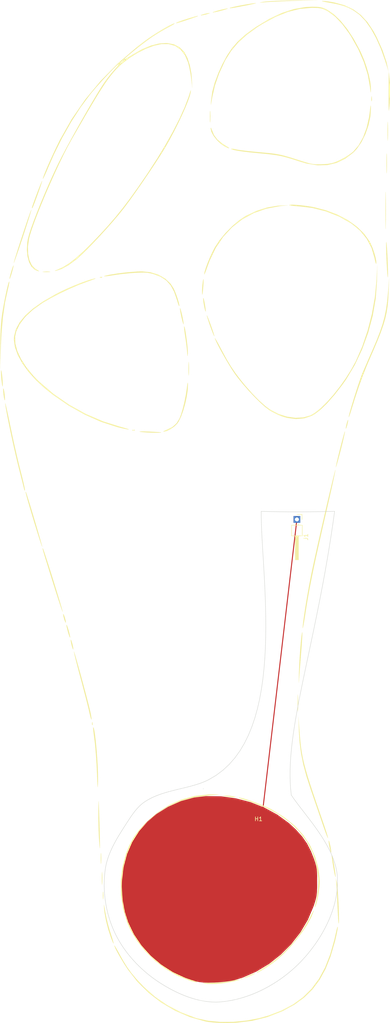
<source format=kicad_pcb>
(kicad_pcb (version 4) (host pcbnew 4.0.6)

  (general
    (links 1)
    (no_connects 0)
    (area 141.955 103.094999 148.545 125.71)
    (thickness 1.6)
    (drawings 380)
    (tracks 1)
    (zones 0)
    (modules 4)
    (nets 2)
  )

  (page A4)
  (layers
    (0 F.Cu signal)
    (31 B.Cu signal)
    (32 B.Adhes user)
    (33 F.Adhes user)
    (34 B.Paste user)
    (35 F.Paste user)
    (36 B.SilkS user)
    (37 F.SilkS user)
    (38 B.Mask user)
    (39 F.Mask user)
    (40 Dwgs.User user)
    (41 Cmts.User user)
    (42 Eco1.User user)
    (43 Eco2.User user)
    (44 Edge.Cuts user)
    (45 Margin user)
    (46 B.CrtYd user)
    (47 F.CrtYd user)
    (48 B.Fab user)
    (49 F.Fab user)
  )

  (setup
    (last_trace_width 0.25)
    (trace_clearance 0.2)
    (zone_clearance 0.508)
    (zone_45_only no)
    (trace_min 0.2)
    (segment_width 0.2)
    (edge_width 0.15)
    (via_size 0.6)
    (via_drill 0.4)
    (via_min_size 0.4)
    (via_min_drill 0.3)
    (uvia_size 0.3)
    (uvia_drill 0.1)
    (uvias_allowed no)
    (uvia_min_size 0.2)
    (uvia_min_drill 0.1)
    (pcb_text_width 0.3)
    (pcb_text_size 1.5 1.5)
    (mod_edge_width 0.15)
    (mod_text_size 1 1)
    (mod_text_width 0.15)
    (pad_size 1.524 1.524)
    (pad_drill 0.762)
    (pad_to_mask_clearance 0.2)
    (aux_axis_origin 0 0)
    (visible_elements 7FFFFFFF)
    (pcbplotparams
      (layerselection 0x00030_80000001)
      (usegerberextensions false)
      (excludeedgelayer true)
      (linewidth 0.100000)
      (plotframeref false)
      (viasonmask false)
      (mode 1)
      (useauxorigin false)
      (hpglpennumber 1)
      (hpglpenspeed 20)
      (hpglpendiameter 15)
      (hpglpenoverlay 2)
      (psnegative false)
      (psa4output false)
      (plotreference true)
      (plotvalue true)
      (plotinvisibletext false)
      (padsonsilk false)
      (subtractmaskfromsilk false)
      (outputformat 1)
      (mirror false)
      (drillshape 1)
      (scaleselection 1)
      (outputdirectory ""))
  )

  (net 0 "")
  (net 1 "Net-(H1-Pad1)")

  (net_class Default "This is the default net class."
    (clearance 0.2)
    (trace_width 0.25)
    (via_dia 0.6)
    (via_drill 0.4)
    (uvia_dia 0.3)
    (uvia_drill 0.1)
    (add_net "Net-(H1-Pad1)")
  )

  (module Pin_Headers:Pin_Header_Angled_1x01_Pitch2.54mm (layer F.Cu) (tedit 59650532) (tstamp 59767B97)
    (at 146.24 55.65 270)
    (descr "Through hole angled pin header, 1x01, 2.54mm pitch, 6mm pin length, single row")
    (tags "Through hole angled pin header THT 1x01 2.54mm single row")
    (path /59767A12)
    (fp_text reference J1 (at 4.385 -2.27 270) (layer F.SilkS)
      (effects (font (size 1 1) (thickness 0.15)))
    )
    (fp_text value CONN_01X01 (at 4.385 2.27 270) (layer F.Fab)
      (effects (font (size 1 1) (thickness 0.15)))
    )
    (fp_line (start 2.135 -1.27) (end 4.04 -1.27) (layer F.Fab) (width 0.1))
    (fp_line (start 4.04 -1.27) (end 4.04 1.27) (layer F.Fab) (width 0.1))
    (fp_line (start 4.04 1.27) (end 1.5 1.27) (layer F.Fab) (width 0.1))
    (fp_line (start 1.5 1.27) (end 1.5 -0.635) (layer F.Fab) (width 0.1))
    (fp_line (start 1.5 -0.635) (end 2.135 -1.27) (layer F.Fab) (width 0.1))
    (fp_line (start -0.32 -0.32) (end 1.5 -0.32) (layer F.Fab) (width 0.1))
    (fp_line (start -0.32 -0.32) (end -0.32 0.32) (layer F.Fab) (width 0.1))
    (fp_line (start -0.32 0.32) (end 1.5 0.32) (layer F.Fab) (width 0.1))
    (fp_line (start 4.04 -0.32) (end 10.04 -0.32) (layer F.Fab) (width 0.1))
    (fp_line (start 10.04 -0.32) (end 10.04 0.32) (layer F.Fab) (width 0.1))
    (fp_line (start 4.04 0.32) (end 10.04 0.32) (layer F.Fab) (width 0.1))
    (fp_line (start 1.44 -1.33) (end 1.44 1.33) (layer F.SilkS) (width 0.12))
    (fp_line (start 1.44 1.33) (end 4.1 1.33) (layer F.SilkS) (width 0.12))
    (fp_line (start 4.1 1.33) (end 4.1 -1.33) (layer F.SilkS) (width 0.12))
    (fp_line (start 4.1 -1.33) (end 1.44 -1.33) (layer F.SilkS) (width 0.12))
    (fp_line (start 4.1 -0.38) (end 10.1 -0.38) (layer F.SilkS) (width 0.12))
    (fp_line (start 10.1 -0.38) (end 10.1 0.38) (layer F.SilkS) (width 0.12))
    (fp_line (start 10.1 0.38) (end 4.1 0.38) (layer F.SilkS) (width 0.12))
    (fp_line (start 4.1 -0.32) (end 10.1 -0.32) (layer F.SilkS) (width 0.12))
    (fp_line (start 4.1 -0.2) (end 10.1 -0.2) (layer F.SilkS) (width 0.12))
    (fp_line (start 4.1 -0.08) (end 10.1 -0.08) (layer F.SilkS) (width 0.12))
    (fp_line (start 4.1 0.04) (end 10.1 0.04) (layer F.SilkS) (width 0.12))
    (fp_line (start 4.1 0.16) (end 10.1 0.16) (layer F.SilkS) (width 0.12))
    (fp_line (start 4.1 0.28) (end 10.1 0.28) (layer F.SilkS) (width 0.12))
    (fp_line (start 1.11 -0.38) (end 1.44 -0.38) (layer F.SilkS) (width 0.12))
    (fp_line (start 1.11 0.38) (end 1.44 0.38) (layer F.SilkS) (width 0.12))
    (fp_line (start -1.27 0) (end -1.27 -1.27) (layer F.SilkS) (width 0.12))
    (fp_line (start -1.27 -1.27) (end 0 -1.27) (layer F.SilkS) (width 0.12))
    (fp_line (start -1.8 -1.8) (end -1.8 1.8) (layer F.CrtYd) (width 0.05))
    (fp_line (start -1.8 1.8) (end 10.55 1.8) (layer F.CrtYd) (width 0.05))
    (fp_line (start 10.55 1.8) (end 10.55 -1.8) (layer F.CrtYd) (width 0.05))
    (fp_line (start 10.55 -1.8) (end -1.8 -1.8) (layer F.CrtYd) (width 0.05))
    (fp_text user %R (at 2.77 0 360) (layer F.Fab)
      (effects (font (size 1 1) (thickness 0.15)))
    )
    (pad 1 thru_hole rect (at 0 0 270) (size 1.7 1.7) (drill 1) (layers *.Cu *.Mask)
      (net 1 "Net-(H1-Pad1)"))
    (model ${KISYS3DMOD}/Pin_Headers.3dshapes/Pin_Header_Angled_1x01_Pitch2.54mm.wrl
      (at (xyz 0 0 0))
      (scale (xyz 1 1 1))
      (rotate (xyz 0 0 0))
    )
  )

  (module ownparts:4mmRndPad (layer F.Cu) (tedit 596FF6C4) (tstamp 59767E7D)
    (at 136.64 130.06)
    (path /59767961)
    (fp_text reference H1 (at 0 0.5) (layer F.SilkS)
      (effects (font (size 1 1) (thickness 0.15)))
    )
    (fp_text value Heel (at -0.1 -1.6) (layer F.Fab)
      (effects (font (size 1 1) (thickness 0.15)))
    )
    (pad 1 smd circle (at 0.1 6.5) (size 4 4) (layers F.Cu F.Paste F.Mask)
      (net 1 "Net-(H1-Pad1)"))
  )

  (module sonassist:outlinesL (layer F.Cu) (tedit 0) (tstamp 5976955A)
    (at 120.65 53.52)
    (fp_text reference outlinesL** (at 0 0) (layer F.SilkS) hide
      (effects (font (thickness 0.3)))
    )
    (fp_text value outlinesL (at 0.75 0) (layer F.SilkS) hide
      (effects (font (thickness 0.3)))
    )
    (fp_poly (pts (xy 35.808556 104.044634) (xy 35.751879 104.58091) (xy 35.58378 105.499204) (xy 35.331147 106.664997)
      (xy 35.059748 107.790816) (xy 34.000405 111.39272) (xy 32.742342 114.532499) (xy 31.249479 117.257429)
      (xy 29.485738 119.61479) (xy 27.415038 121.651856) (xy 25.001302 123.415907) (xy 22.208451 124.954219)
      (xy 21.822299 125.136992) (xy 18.205093 126.551959) (xy 14.42735 127.49486) (xy 10.436452 127.976607)
      (xy 7.785504 128.048218) (xy 6.298378 128.008836) (xy 4.82138 127.918069) (xy 3.536092 127.789923)
      (xy 2.701655 127.656028) (xy -1.1493 126.554254) (xy -4.825306 124.974151) (xy -8.272597 122.952122)
      (xy -11.437405 120.524569) (xy -14.265965 117.727897) (xy -16.704509 114.598507) (xy -16.805313 114.448798)
      (xy -17.620166 113.189129) (xy -18.395462 111.916295) (xy -19.078305 110.725275) (xy -19.6158 109.711044)
      (xy -19.955051 108.968582) (xy -20.048164 108.626045) (xy -19.930803 108.751481) (xy -19.619071 109.259017)
      (xy -19.167314 110.057382) (xy -18.864673 110.613768) (xy -17.795553 112.531963) (xy -16.797125 114.134085)
      (xy -15.756349 115.573012) (xy -14.560186 117.001622) (xy -13.095596 118.572794) (xy -12.614317 119.066937)
      (xy -9.904318 121.474993) (xy -6.810604 123.592859) (xy -3.430958 125.362945) (xy 0.136838 126.727662)
      (xy 0.668421 126.889787) (xy 3.401913 127.483376) (xy 6.444019 127.770039) (xy 9.668988 127.754733)
      (xy 12.95107 127.442415) (xy 16.164517 126.838043) (xy 18.479858 126.187621) (xy 21.732301 124.939706)
      (xy 24.590598 123.43457) (xy 27.081487 121.639641) (xy 29.231707 119.522348) (xy 31.067996 117.050118)
      (xy 32.617093 114.190379) (xy 33.905736 110.910559) (xy 34.960665 107.178087) (xy 35.289843 105.71035)
      (xy 35.505042 104.765684) (xy 35.677897 104.151505) (xy 35.785211 103.942313) (xy 35.808556 104.044634)) (layer F.SilkS) (width 0.01))
    (fp_poly (pts (xy 11.156619 117.212759) (xy 10.996953 117.329753) (xy 10.424083 117.494226) (xy 9.555013 117.684234)
      (xy 8.506749 117.877831) (xy 7.396298 118.053072) (xy 6.340664 118.188013) (xy 5.614737 118.252171)
      (xy 4.433202 118.283793) (xy 3.227204 118.250863) (xy 2.54 118.192387) (xy 2.115004 118.119565)
      (xy 2.16383 118.06454) (xy 2.704517 118.025245) (xy 3.755103 117.999613) (xy 4.277895 117.993166)
      (xy 5.913469 117.933001) (xy 7.497832 117.797773) (xy 8.825969 117.606813) (xy 9.196664 117.529376)
      (xy 10.120052 117.331471) (xy 10.818359 117.216858) (xy 11.150305 117.208358) (xy 11.156619 117.212759)) (layer F.SilkS) (width 0.01))
    (fp_poly (pts (xy 5.548131 70.912518) (xy 6.003412 70.932714) (xy 6.019032 70.961533) (xy 5.569231 71.005333)
      (xy 4.62825 71.070473) (xy 3.734827 71.127663) (xy 0.066371 71.597577) (xy -3.340057 72.510008)
      (xy -6.459403 73.838953) (xy -9.266614 75.558406) (xy -11.736636 77.642364) (xy -13.844416 80.064822)
      (xy -15.564899 82.799777) (xy -16.873033 85.821224) (xy -17.743763 89.103159) (xy -18.152037 92.619577)
      (xy -18.181052 93.875067) (xy -17.98747 97.253278) (xy -17.391216 100.385648) (xy -16.584165 102.866051)
      (xy -15.138822 105.877003) (xy -13.239974 108.682836) (xy -10.947163 111.229183) (xy -8.319932 113.461677)
      (xy -5.417823 115.325951) (xy -2.300378 116.767638) (xy -0.802105 117.276452) (xy 0.056224 117.553136)
      (xy 0.594239 117.763206) (xy 0.729004 117.872577) (xy 0.668421 117.880769) (xy 0.124574 117.801307)
      (xy -0.708531 117.596797) (xy -1.344445 117.407621) (xy -4.329993 116.194286) (xy -7.19679 114.533337)
      (xy -9.871546 112.493105) (xy -12.280973 110.141921) (xy -14.351783 107.548114) (xy -16.010687 104.780015)
      (xy -16.80546 102.992603) (xy -17.830758 99.613646) (xy -18.37578 96.104794) (xy -18.43882 92.554217)
      (xy -18.01817 89.050085) (xy -17.138965 85.757439) (xy -16.256946 83.549945) (xy -15.209076 81.62338)
      (xy -13.891074 79.815058) (xy -12.198656 77.962293) (xy -12.040884 77.80421) (xy -9.314416 75.436934)
      (xy -6.381874 73.555061) (xy -3.263208 72.166835) (xy 0.021631 71.280502) (xy 3.452695 70.904305)
      (xy 4.678948 70.894584) (xy 5.548131 70.912518)) (layer F.SilkS) (width 0.01))
    (fp_poly (pts (xy 11.942456 116.929123) (xy 11.905755 117.088073) (xy 11.764211 117.107368) (xy 11.544136 117.009542)
      (xy 11.585965 116.929123) (xy 11.903269 116.897124) (xy 11.942456 116.929123)) (layer F.SilkS) (width 0.01))
    (fp_poly (pts (xy 14.994333 115.741766) (xy 14.494689 116.004661) (xy 13.818675 116.314364) (xy 13.128029 116.599286)
      (xy 12.584491 116.787836) (xy 12.383067 116.824598) (xy 12.484592 116.71862) (xy 12.966934 116.458228)
      (xy 13.610363 116.153031) (xy 14.394021 115.81969) (xy 14.958253 115.621855) (xy 15.155868 115.597271)
      (xy 14.994333 115.741766)) (layer F.SilkS) (width 0.01))
    (fp_poly (pts (xy 29.796752 99.995789) (xy 29.200284 101.536624) (xy 28.244825 103.302599) (xy 27.001499 105.201139)
      (xy 25.541433 107.139668) (xy 23.93575 109.025609) (xy 22.255577 110.766389) (xy 20.572037 112.269429)
      (xy 20.052632 112.67867) (xy 19.108478 113.366197) (xy 18.094634 114.05548) (xy 17.121002 114.677653)
      (xy 16.297484 115.163847) (xy 15.733984 115.445198) (xy 15.570194 115.487434) (xy 15.601498 115.36011)
      (xy 15.877508 115.153224) (xy 17.613481 114.039318) (xy 18.991679 113.110908) (xy 20.119047 112.288965)
      (xy 21.102534 111.494456) (xy 22.049088 110.648353) (xy 22.324496 110.38913) (xy 24.940881 107.590873)
      (xy 27.183742 104.543621) (xy 28.76231 101.783533) (xy 29.240955 100.84692) (xy 29.595819 100.201726)
      (xy 29.78804 99.915115) (xy 29.796752 99.995789)) (layer F.SilkS) (width 0.01))
    (fp_poly (pts (xy -22.583541 98.640744) (xy -22.466091 99.293045) (xy -22.306633 100.263158) (xy -22.022575 101.70717)
      (xy -21.619611 103.366323) (xy -21.168971 104.955966) (xy -21.001968 105.476842) (xy -20.597167 106.726229)
      (xy -20.333989 107.616064) (xy -20.215779 108.117345) (xy -20.245882 108.201071) (xy -20.427643 107.838238)
      (xy -20.764405 106.999845) (xy -20.853384 106.765291) (xy -21.559507 104.636989) (xy -22.122169 102.437693)
      (xy -22.490269 100.381875) (xy -22.58314 99.505114) (xy -22.633629 98.769906) (xy -22.636575 98.474073)
      (xy -22.583541 98.640744)) (layer F.SilkS) (width 0.01))
    (fp_poly (pts (xy 35.574093 92.910526) (xy 35.658728 93.466219) (xy 35.746943 94.389967) (xy 35.834289 95.583177)
      (xy 35.916317 96.947255) (xy 35.988578 98.383609) (xy 36.046624 99.793645) (xy 36.086006 101.078771)
      (xy 36.102275 102.140393) (xy 36.090982 102.879918) (xy 36.04768 103.198753) (xy 36.038567 103.20421)
      (xy 35.985239 102.951333) (xy 35.920532 102.250115) (xy 35.850268 101.186674) (xy 35.780271 99.847128)
      (xy 35.726731 98.592105) (xy 35.660547 96.989778) (xy 35.591009 95.496843) (xy 35.524053 94.228132)
      (xy 35.46562 93.298482) (xy 35.43292 92.910526) (xy 35.31726 91.841052) (xy 35.574093 92.910526)) (layer F.SilkS) (width 0.01))
    (fp_poly (pts (xy 11.664925 71.759904) (xy 12.639596 72.025996) (xy 13.869097 72.42493) (xy 15.236583 72.91439)
      (xy 16.625208 73.452063) (xy 17.918129 73.995634) (xy 18.998501 74.502789) (xy 19.250526 74.634401)
      (xy 22.381177 76.55661) (xy 25.0271 78.694164) (xy 27.198349 81.059582) (xy 28.904973 83.665383)
      (xy 30.157024 86.524086) (xy 30.856543 89.089806) (xy 31.072574 90.362387) (xy 31.225742 91.697423)
      (xy 31.282105 92.776842) (xy 31.227948 93.810798) (xy 31.08352 95.04255) (xy 30.875886 96.322703)
      (xy 30.632111 97.501859) (xy 30.379261 98.430622) (xy 30.168042 98.926316) (xy 29.986296 99.162131)
      (xy 30.031823 98.920194) (xy 30.050905 98.858076) (xy 30.549064 96.817799) (xy 30.861367 94.604015)
      (xy 30.955298 92.482624) (xy 30.924247 91.716768) (xy 30.44457 88.470444) (xy 29.488242 85.459343)
      (xy 28.062584 82.691281) (xy 26.174918 80.174073) (xy 23.832567 77.915535) (xy 21.04285 75.923482)
      (xy 17.813091 74.20573) (xy 14.15061 72.770095) (xy 12.768534 72.335917) (xy 11.848134 72.047085)
      (xy 11.232425 71.820338) (xy 11.005937 71.688711) (xy 11.061928 71.668967) (xy 11.664925 71.759904)) (layer F.SilkS) (width 0.01))
    (fp_poly (pts (xy -22.800711 95.382076) (xy -22.799914 95.388472) (xy -22.756251 96.260403) (xy -22.802642 96.992683)
      (xy -22.858355 97.140367) (xy -22.897254 96.822244) (xy -22.910835 96.118947) (xy -22.894766 95.432806)
      (xy -22.85522 95.168497) (xy -22.800711 95.382076)) (layer F.SilkS) (width 0.01))
    (fp_poly (pts (xy -23.063626 90.580015) (xy -23.024376 91.706531) (xy -23.04206 92.870566) (xy -23.064892 93.253699)
      (xy -23.1048 93.533681) (xy -23.136873 93.330442) (xy -23.157521 92.695481) (xy -23.163401 91.841052)
      (xy -23.154669 90.892339) (xy -23.131932 90.348001) (xy -23.098766 90.253237) (xy -23.063626 90.580015)) (layer F.SilkS) (width 0.01))
    (fp_poly (pts (xy 34.37641 86.135828) (xy 34.527567 86.75802) (xy 34.718176 87.703487) (xy 34.886232 88.637979)
      (xy 35.072987 89.798969) (xy 35.202972 90.750608) (xy 35.262089 91.379109) (xy 35.249766 91.571988)
      (xy 35.159975 91.376466) (xy 35.008677 90.755074) (xy 34.81855 89.810007) (xy 34.650948 88.873263)
      (xy 34.465123 87.711914) (xy 34.335395 86.760285) (xy 34.275841 86.132005) (xy 34.287413 85.939254)
      (xy 34.37641 86.135828)) (layer F.SilkS) (width 0.01))
    (fp_poly (pts (xy -23.332652 85.758421) (xy -23.290576 86.823181) (xy -23.323438 87.918607) (xy -23.332652 88.031052)
      (xy -23.37675 88.297502) (xy -23.411311 88.081649) (xy -23.431614 87.435903) (xy -23.434999 86.894737)
      (xy -23.424949 86.02711) (xy -23.397948 85.559459) (xy -23.358715 85.544197) (xy -23.332652 85.758421)) (layer F.SilkS) (width 0.01))
    (fp_poly (pts (xy 33.638947 82.593259) (xy 33.80534 83.16196) (xy 33.95579 83.82) (xy 34.106276 84.654774)
      (xy 34.171427 85.252959) (xy 34.151022 85.451785) (xy 34.04062 85.280184) (xy 33.875138 84.713947)
      (xy 33.726617 84.049173) (xy 33.579657 83.213073) (xy 33.513908 82.61557) (xy 33.531384 82.417387)
      (xy 33.638947 82.593259)) (layer F.SilkS) (width 0.01))
    (fp_poly (pts (xy -23.946187 72.701641) (xy -23.914025 73.2875) (xy -23.872913 74.352587) (xy -23.82107 75.916688)
      (xy -23.770938 77.531888) (xy -23.71742 79.381819) (xy -23.674854 81.046724) (xy -23.644621 82.4547)
      (xy -23.628102 83.533842) (xy -23.62668 84.212246) (xy -23.638574 84.420329) (xy -23.684372 84.203652)
      (xy -23.750026 83.558558) (xy -23.826036 82.59056) (xy -23.888616 81.643164) (xy -23.951083 80.27418)
      (xy -23.996923 78.573729) (xy -24.022234 76.744928) (xy -24.023113 74.990893) (xy -24.020979 74.754723)
      (xy -24.006797 73.62155) (xy -23.990792 72.888453) (xy -23.971183 72.575221) (xy -23.946187 72.701641)) (layer F.SilkS) (width 0.01))
    (fp_poly (pts (xy 26.214101 54.810526) (xy 26.341158 56.432679) (xy 26.477696 57.894811) (xy 26.638613 59.254744)
      (xy 26.838808 60.570299) (xy 27.093181 61.899297) (xy 27.416629 63.299559) (xy 27.824051 64.828906)
      (xy 28.330347 66.54516) (xy 28.950415 68.506143) (xy 29.699155 70.769675) (xy 30.591464 73.393577)
      (xy 31.642242 76.435672) (xy 32.199128 78.037977) (xy 32.640946 79.337414) (xy 33.002377 80.457827)
      (xy 33.253648 81.302332) (xy 33.364985 81.774046) (xy 33.365411 81.833067) (xy 33.257342 81.674508)
      (xy 33.012316 81.090953) (xy 32.662161 80.164807) (xy 32.238708 78.978476) (xy 32.035859 78.390879)
      (xy 31.526446 76.902332) (xy 30.900659 75.076482) (xy 30.216231 73.081622) (xy 29.530898 71.086045)
      (xy 29.032673 69.636745) (xy 27.988829 66.405078) (xy 27.200932 63.483951) (xy 26.640604 60.731024)
      (xy 26.279463 58.003956) (xy 26.089131 55.160408) (xy 26.076616 54.810526) (xy 25.966985 51.468421)
      (xy 26.214101 54.810526)) (layer F.SilkS) (width 0.01))
    (fp_poly (pts (xy 8.819057 71.239702) (xy 9.678193 71.368077) (xy 9.758948 71.387368) (xy 10.253849 71.525227)
      (xy 10.25021 71.578606) (xy 9.892632 71.582946) (xy 9.207072 71.536108) (xy 8.307483 71.429472)
      (xy 8.021053 71.387368) (xy 6.817895 71.200314) (xy 7.887369 71.19179) (xy 8.819057 71.239702)) (layer F.SilkS) (width 0.01))
    (fp_poly (pts (xy -25.18824 54.239876) (xy -25.044279 54.834021) (xy -24.890048 55.805831) (xy -24.732484 57.077042)
      (xy -24.578527 58.569391) (xy -24.435114 60.204613) (xy -24.309183 61.904446) (xy -24.207674 63.590627)
      (xy -24.137525 65.18489) (xy -24.105673 66.608974) (xy -24.114386 67.64421) (xy -24.144326 68.528521)
      (xy -24.173174 69.021506) (xy -24.203892 69.097982) (xy -24.239442 68.732766) (xy -24.282787 67.900674)
      (xy -24.33689 66.576523) (xy -24.381722 65.371579) (xy -24.468024 63.50567) (xy -24.589356 61.570544)
      (xy -24.733384 59.728676) (xy -24.887777 58.142538) (xy -24.997914 57.253735) (xy -25.159081 56.043295)
      (xy -25.272343 55.040982) (xy -25.326666 54.356494) (xy -25.314991 54.101658) (xy -25.18824 54.239876)) (layer F.SilkS) (width 0.01))
    (fp_poly (pts (xy -25.490295 52.872105) (xy -25.454982 53.419501) (xy -25.490295 53.540526) (xy -25.587883 53.574114)
      (xy -25.625152 53.206316) (xy -25.583135 52.826751) (xy -25.490295 52.872105)) (layer F.SilkS) (width 0.01))
    (fp_poly (pts (xy -30.050814 35.351861) (xy -29.843795 36.011188) (xy -29.543031 37.036697) (xy -29.169156 38.352775)
      (xy -28.742803 39.883805) (xy -28.284605 41.554174) (xy -27.815196 43.288266) (xy -27.355209 45.010467)
      (xy -26.925277 46.645162) (xy -26.546034 48.116735) (xy -26.238112 49.349574) (xy -26.061401 50.093823)
      (xy -25.864857 51.044853) (xy -25.747164 51.799354) (xy -25.732839 52.198972) (xy -25.734581 52.204797)
      (xy -25.827059 52.095246) (xy -25.993892 51.563687) (xy -26.204764 50.712505) (xy -26.288531 50.334023)
      (xy -26.490941 49.460814) (xy -26.808697 48.174925) (xy -27.215386 46.579278) (xy -27.684591 44.776797)
      (xy -28.189896 42.870403) (xy -28.500833 41.714272) (xy -28.975143 39.94153) (xy -29.392119 38.34556)
      (xy -29.734183 36.996783) (xy -29.983753 35.965621) (xy -30.123251 35.322493) (xy -30.143455 35.134332)
      (xy -30.050814 35.351861)) (layer F.SilkS) (width 0.01))
    (fp_poly (pts (xy 25.85128 46.092398) (xy 25.865889 46.332698) (xy 25.901794 47.609541) (xy 25.895248 48.981365)
      (xy 25.865039 49.808488) (xy 25.831503 50.170181) (xy 25.803314 50.041729) (xy 25.782773 49.467715)
      (xy 25.772184 48.492721) (xy 25.771252 47.992631) (xy 25.777638 46.881895) (xy 25.794633 46.168138)
      (xy 25.819944 45.891569) (xy 25.85128 46.092398)) (layer F.SilkS) (width 0.01))
    (fp_poly (pts (xy 26.95074 30.612264) (xy 26.924491 31.352552) (xy 26.861771 32.460992) (xy 26.767332 33.855279)
      (xy 26.645928 35.453112) (xy 26.622875 35.739985) (xy 26.482803 37.491242) (xy 26.351541 39.172781)
      (xy 26.237876 40.668948) (xy 26.150593 41.864089) (xy 26.098478 42.642552) (xy 26.098317 42.645263)
      (xy 26.070613 42.977217) (xy 26.057791 42.821603) (xy 26.060019 42.225388) (xy 26.077465 41.235536)
      (xy 26.091157 40.64) (xy 26.138948 39.257515) (xy 26.215045 37.733215) (xy 26.312382 36.153402)
      (xy 26.423897 34.604375) (xy 26.542523 33.172435) (xy 26.661196 31.943882) (xy 26.772852 31.005017)
      (xy 26.870426 30.44214) (xy 26.935764 30.32243) (xy 26.95074 30.612264)) (layer F.SilkS) (width 0.01))
    (fp_poly (pts (xy -30.805277 32.340655) (xy -30.617461 32.886441) (xy -30.502281 33.309649) (xy -30.340226 34.058101)
      (xy -30.280853 34.560614) (xy -30.299957 34.666975) (xy -30.422091 34.50145) (xy -30.609907 33.955664)
      (xy -30.725088 33.532456) (xy -30.887142 32.784004) (xy -30.946515 32.281491) (xy -30.927411 32.17513)
      (xy -30.805277 32.340655)) (layer F.SilkS) (width 0.01))
    (fp_poly (pts (xy -31.878346 28.61112) (xy -31.669294 29.180099) (xy -31.4325 29.961973) (xy -31.211344 30.823043)
      (xy -31.087245 31.455488) (xy -31.083862 31.707721) (xy -31.20496 31.531605) (xy -31.413724 30.963469)
      (xy -31.649737 30.17921) (xy -31.869532 29.317539) (xy -31.993721 28.685281) (xy -31.998375 28.433463)
      (xy -31.878346 28.61112)) (layer F.SilkS) (width 0.01))
    (fp_poly (pts (xy 35.188666 -10.04295) (xy 35.044134 -9.300834) (xy 34.801756 -8.14571) (xy 34.473303 -6.631461)
      (xy 34.070546 -4.811973) (xy 33.605254 -2.741129) (xy 33.089198 -0.472815) (xy 32.75597 0.978445)
      (xy 31.838049 4.987129) (xy 31.038303 8.536569) (xy 30.344597 11.686139) (xy 29.744798 14.495212)
      (xy 29.22677 17.023161) (xy 28.778379 19.32936) (xy 28.38749 21.473182) (xy 28.04197 23.513999)
      (xy 27.729683 25.511184) (xy 27.695997 25.736416) (xy 27.482909 27.11559) (xy 27.29673 28.222199)
      (xy 27.150171 28.988638) (xy 27.055945 29.347304) (xy 27.02679 29.295364) (xy 27.064053 28.639269)
      (xy 27.190149 27.54406) (xy 27.391273 26.095416) (xy 27.653618 24.379019) (xy 27.963379 22.480546)
      (xy 28.306747 20.485679) (xy 28.669919 18.480096) (xy 29.039086 16.549478) (xy 29.248553 15.507368)
      (xy 29.542999 14.104354) (xy 29.91042 12.404395) (xy 30.337392 10.465512) (xy 30.810493 8.345723)
      (xy 31.316298 6.103051) (xy 31.841383 3.795515) (xy 32.372326 1.481136) (xy 32.895702 -0.782067)
      (xy 33.398087 -2.936072) (xy 33.866058 -4.922859) (xy 34.286192 -6.684408) (xy 34.645065 -8.162699)
      (xy 34.929252 -9.299711) (xy 35.125331 -10.037424) (xy 35.219877 -10.317817) (xy 35.223582 -10.318173)
      (xy 35.188666 -10.04295)) (layer F.SilkS) (width 0.01))
    (fp_poly (pts (xy -32.680244 25.932502) (xy -32.471136 26.461819) (xy -32.375885 26.761148) (xy -32.197575 27.456409)
      (xy -32.139454 27.901976) (xy -32.156526 27.967754) (xy -32.290282 27.808551) (xy -32.49939 27.279233)
      (xy -32.594641 26.979904) (xy -32.772951 26.284643) (xy -32.831072 25.839076) (xy -32.814 25.773299)
      (xy -32.680244 25.932502)) (layer F.SilkS) (width 0.01))
    (fp_poly (pts (xy -37.895089 9.357895) (xy -37.773124 9.642846) (xy -37.522181 10.35913) (xy -37.165676 11.431544)
      (xy -36.727024 12.784883) (xy -36.229638 14.343944) (xy -35.696934 16.033522) (xy -35.152327 17.778414)
      (xy -34.619229 19.503416) (xy -34.121057 21.133324) (xy -33.681224 22.592933) (xy -33.323145 23.807041)
      (xy -33.070236 24.700443) (xy -32.945909 25.197935) (xy -32.939394 25.274833) (xy -33.042507 25.057279)
      (xy -33.282971 24.390579) (xy -33.640299 23.336499) (xy -34.094004 21.956802) (xy -34.623599 20.313255)
      (xy -35.208596 18.467623) (xy -35.406424 17.837163) (xy -36.136095 15.504757) (xy -36.719964 13.633507)
      (xy -37.17242 12.174391) (xy -37.507851 11.078386) (xy -37.740644 10.296468) (xy -37.885189 9.779616)
      (xy -37.955874 9.478807) (xy -37.967086 9.345017) (xy -37.933214 9.329224) (xy -37.895089 9.357895)) (layer F.SilkS) (width 0.01))
    (fp_poly (pts (xy -42.120135 -4.678948) (xy -41.976845 -4.286536) (xy -41.717131 -3.487103) (xy -41.365234 -2.362113)
      (xy -40.945397 -0.993026) (xy -40.481865 0.538695) (xy -39.998879 2.151588) (xy -39.520683 3.76419)
      (xy -39.07152 5.29504) (xy -38.675633 6.662675) (xy -38.357265 7.785633) (xy -38.140659 8.582452)
      (xy -38.050057 8.97167) (xy -38.050387 8.996352) (xy -38.152915 8.780981) (xy -38.38694 8.121495)
      (xy -38.730231 7.085944) (xy -39.160561 5.742375) (xy -39.655698 4.158838) (xy -40.049032 2.87818)
      (xy -40.741616 0.587009) (xy -41.309723 -1.333477) (xy -41.746623 -2.85872) (xy -42.045587 -3.964167)
      (xy -42.199884 -4.625262) (xy -42.202785 -4.817448) (xy -42.120135 -4.678948)) (layer F.SilkS) (width 0.01))
    (fp_poly (pts (xy -47.246659 -26.820419) (xy -47.100444 -26.244053) (xy -46.878571 -25.27279) (xy -46.595523 -23.971383)
      (xy -46.265781 -22.404585) (xy -46.002208 -21.122105) (xy -45.552908 -18.978207) (xy -45.04519 -16.660458)
      (xy -44.517158 -14.336062) (xy -44.00692 -12.172226) (xy -43.55258 -10.336155) (xy -43.479517 -10.052763)
      (xy -43.09357 -8.533024) (xy -42.771348 -7.197262) (xy -42.531586 -6.128907) (xy -42.39302 -5.411389)
      (xy -42.373728 -5.128728) (xy -42.51114 -5.124779) (xy -42.511579 -5.13593) (xy -42.575144 -5.427583)
      (xy -42.752447 -6.156565) (xy -43.023399 -7.242484) (xy -43.367911 -8.604948) (xy -43.765895 -10.163566)
      (xy -43.842244 -10.461018) (xy -44.23633 -12.044844) (xy -44.663082 -13.845829) (xy -45.106176 -15.786252)
      (xy -45.549288 -17.788394) (xy -45.976096 -19.774536) (xy -46.370276 -21.666957) (xy -46.715504 -23.387939)
      (xy -46.995457 -24.85976) (xy -47.19381 -26.004702) (xy -47.294242 -26.745045) (xy -47.302735 -26.937136)
      (xy -47.246659 -26.820419)) (layer F.SilkS) (width 0.01))
    (fp_poly (pts (xy 37.605156 -19.909731) (xy 37.566767 -19.578109) (xy 37.411704 -18.818447) (xy 37.160187 -17.719622)
      (xy 36.832438 -16.370511) (xy 36.512352 -15.106316) (xy 36.135207 -13.665627) (xy 35.805806 -12.451218)
      (xy 35.545417 -11.537913) (xy 35.375309 -11.000537) (xy 35.316935 -10.90076) (xy 35.367091 -11.271319)
      (xy 35.522526 -12.018905) (xy 35.758568 -13.046381) (xy 36.050544 -14.256606) (xy 36.373781 -15.552444)
      (xy 36.703607 -16.836755) (xy 37.015349 -18.012401) (xy 37.284335 -18.982244) (xy 37.485892 -19.649145)
      (xy 37.595348 -19.915966) (xy 37.605156 -19.909731)) (layer F.SilkS) (width 0.01))
    (fp_poly (pts (xy -11.588205 -19.843364) (xy -11.496842 -19.839648) (xy -10.272967 -19.781392) (xy -9.259909 -19.718855)
      (xy -8.568283 -19.659831) (xy -8.310702 -19.615111) (xy -8.475129 -19.561233) (xy -9.045056 -19.538398)
      (xy -9.89239 -19.542696) (xy -10.889038 -19.570219) (xy -11.906906 -19.617056) (xy -12.817902 -19.6793)
      (xy -13.493932 -19.75304) (xy -13.635789 -19.777628) (xy -13.758855 -19.840213) (xy -13.414325 -19.873315)
      (xy -12.668631 -19.875008) (xy -11.588205 -19.843364)) (layer F.SilkS) (width 0.01))
    (fp_poly (pts (xy -1.655554 -31.952362) (xy -1.638898 -31.645852) (xy -1.70025 -30.231015) (xy -1.938538 -28.586656)
      (xy -2.317085 -26.847254) (xy -2.799216 -25.147286) (xy -3.348254 -23.621231) (xy -3.927524 -22.403567)
      (xy -4.317902 -21.822838) (xy -5.090588 -21.079795) (xy -6.04454 -20.425144) (xy -6.999711 -19.964697)
      (xy -7.753684 -19.803641) (xy -7.759489 -19.890407) (xy -7.355467 -20.107492) (xy -6.847645 -20.320746)
      (xy -5.485017 -21.004804) (xy -4.500351 -21.896721) (xy -3.755298 -23.104911) (xy -3.356193 -24.127433)
      (xy -2.938197 -25.530896) (xy -2.537706 -27.164367) (xy -2.19112 -28.876917) (xy -1.934835 -30.517615)
      (xy -1.901085 -30.793811) (xy -1.785253 -31.693222) (xy -1.704948 -32.074406) (xy -1.655554 -31.952362)) (layer F.SilkS) (width 0.01))
    (fp_poly (pts (xy -14.905789 -20.229705) (xy -14.872202 -20.132117) (xy -15.24 -20.094848) (xy -15.619564 -20.136865)
      (xy -15.57421 -20.229705) (xy -15.026815 -20.265018) (xy -14.905789 -20.229705)) (layer F.SilkS) (width 0.01))
    (fp_poly (pts (xy -24.723379 -58.119153) (xy -25.028437 -57.968665) (xy -25.719131 -57.703165) (xy -26.734159 -57.348256)
      (xy -26.736842 -57.347349) (xy -28.938419 -56.524311) (xy -31.344332 -55.49094) (xy -33.780948 -54.330549)
      (xy -36.074632 -53.126448) (xy -38.051753 -51.961949) (xy -38.319467 -51.789857) (xy -40.584756 -50.127444)
      (xy -42.393092 -48.39961) (xy -43.72368 -46.632458) (xy -44.555724 -44.852094) (xy -44.82977 -43.617187)
      (xy -44.784448 -41.875405) (xy -44.277752 -39.967774) (xy -43.336885 -37.945772) (xy -41.989056 -35.860878)
      (xy -40.261469 -33.764572) (xy -38.876077 -32.351579) (xy -35.280959 -29.269836) (xy -31.352941 -26.548799)
      (xy -27.171201 -24.23273) (xy -22.81492 -22.365891) (xy -18.715789 -21.08185) (xy -17.644598 -20.793451)
      (xy -16.859324 -20.558404) (xy -16.440344 -20.402547) (xy -16.443158 -20.351333) (xy -16.930682 -20.415084)
      (xy -17.784518 -20.590689) (xy -18.855933 -20.846222) (xy -19.38421 -20.982694) (xy -23.417726 -22.298768)
      (xy -27.467365 -24.101084) (xy -31.457652 -26.349051) (xy -35.313111 -29.002078) (xy -37.431579 -30.68847)
      (xy -39.628732 -32.70801) (xy -41.501031 -34.792222) (xy -43.018319 -36.890388) (xy -44.150442 -38.951789)
      (xy -44.867241 -40.925707) (xy -45.13856 -42.761424) (xy -45.100744 -43.58674) (xy -44.63762 -45.40082)
      (xy -43.677398 -47.184512) (xy -42.213043 -48.944616) (xy -40.237523 -50.687933) (xy -37.743803 -52.421265)
      (xy -34.724851 -54.151414) (xy -33.554737 -54.751527) (xy -31.992722 -55.493029) (xy -30.308729 -56.22719)
      (xy -28.624929 -56.906521) (xy -27.063496 -57.483537) (xy -25.746602 -57.910749) (xy -24.865263 -58.129023)
      (xy -24.723379 -58.119153)) (layer F.SilkS) (width 0.01))
    (fp_poly (pts (xy 38.384256 -22.492875) (xy 38.334001 -22.191579) (xy 38.149874 -21.389874) (xy 37.938219 -20.739425)
      (xy 37.930312 -20.721053) (xy 37.803533 -20.519509) (xy 37.815745 -20.820809) (xy 37.866 -21.122105)
      (xy 38.050127 -21.923811) (xy 38.261781 -22.57426) (xy 38.269688 -22.592632) (xy 38.396468 -22.794175)
      (xy 38.384256 -22.492875)) (layer F.SilkS) (width 0.01))
    (fp_poly (pts (xy 45.593152 -57.350527) (xy 45.281166 -53.118098) (xy 44.535915 -48.813336) (xy 43.391133 -44.53677)
      (xy 41.880553 -40.388931) (xy 40.037906 -36.470349) (xy 37.896925 -32.881554) (xy 36.918921 -31.499542)
      (xy 34.899317 -28.91929) (xy 33.050537 -26.823941) (xy 31.377263 -25.218254) (xy 29.884181 -24.106986)
      (xy 29.340852 -23.803181) (xy 27.443316 -23.148315) (xy 25.359826 -22.965616) (xy 23.1584 -23.256675)
      (xy 21.894072 -23.629091) (xy 20.687906 -24.130475) (xy 19.417474 -24.774186) (xy 18.628094 -25.247497)
      (xy 17.595213 -26.040713) (xy 16.338507 -27.174666) (xy 14.946429 -28.556014) (xy 13.507433 -30.091412)
      (xy 12.10997 -31.687519) (xy 10.842494 -33.25099) (xy 10.102359 -34.244563) (xy 9.471989 -35.179752)
      (xy 8.743085 -36.342119) (xy 7.966086 -37.641447) (xy 7.191429 -38.987519) (xy 6.469554 -40.290119)
      (xy 5.850898 -41.45903) (xy 5.3859 -42.404036) (xy 5.124998 -43.034919) (xy 5.086782 -43.215674)
      (xy 5.203906 -43.07971) (xy 5.52053 -42.546425) (xy 5.99234 -41.694415) (xy 6.575021 -40.602276)
      (xy 6.765139 -40.238948) (xy 7.956765 -38.033244) (xy 9.080933 -36.152446) (xy 10.255111 -34.419712)
      (xy 11.596766 -32.658204) (xy 12.676946 -31.339058) (xy 14.43703 -29.336326) (xy 16.128733 -27.607411)
      (xy 17.685232 -26.216686) (xy 18.983158 -25.263992) (xy 20.983163 -24.230961) (xy 23.087568 -23.561033)
      (xy 25.189991 -23.268167) (xy 27.184049 -23.366323) (xy 28.963363 -23.869458) (xy 29.109643 -23.935226)
      (xy 30.337535 -24.688211) (xy 31.733942 -25.852873) (xy 33.239354 -27.357207) (xy 34.794264 -29.129207)
      (xy 36.339162 -31.096867) (xy 37.814539 -33.188182) (xy 39.160888 -35.331147) (xy 40.318699 -37.453756)
      (xy 40.374136 -37.565263) (xy 41.936171 -41.156187) (xy 43.265372 -45.092123) (xy 44.322297 -49.219541)
      (xy 45.067503 -53.384913) (xy 45.457077 -57.350527) (xy 45.674187 -61.361053) (xy 45.593152 -57.350527)) (layer F.SilkS) (width 0.01))
    (fp_poly (pts (xy 48.506873 -54.740122) (xy 48.412739 -52.890446) (xy 48.254866 -51.215263) (xy 48.009117 -49.627372)
      (xy 47.651354 -48.039569) (xy 47.157442 -46.364653) (xy 46.503244 -44.51542) (xy 45.664622 -42.40467)
      (xy 44.61744 -39.945198) (xy 44.060467 -38.675922) (xy 42.988542 -36.165934) (xy 42.0052 -33.672904)
      (xy 41.061924 -31.062425) (xy 40.110201 -28.200088) (xy 39.101516 -24.951487) (xy 39.075482 -24.865263)
      (xy 38.814378 -24.052637) (xy 38.61865 -23.542666) (xy 38.527675 -23.436825) (xy 38.526062 -23.449359)
      (xy 38.593813 -23.855965) (xy 38.80351 -24.67353) (xy 39.125365 -25.806606) (xy 39.529592 -27.159741)
      (xy 39.986403 -28.637485) (xy 40.466012 -30.144388) (xy 40.938632 -31.585) (xy 41.374476 -32.863871)
      (xy 41.743757 -33.885549) (xy 41.929931 -34.356842) (xy 42.329178 -35.296656) (xy 42.880352 -36.575633)
      (xy 43.518588 -38.044114) (xy 44.179019 -39.552444) (xy 44.36351 -39.971579) (xy 45.458305 -42.525013)
      (xy 46.32534 -44.732619) (xy 46.997017 -46.71575) (xy 47.50574 -48.59576) (xy 47.883912 -50.494002)
      (xy 48.163938 -52.531829) (xy 48.37822 -54.830594) (xy 48.397159 -55.077895) (xy 48.628914 -58.152632)
      (xy 48.506873 -54.740122)) (layer F.SilkS) (width 0.01))
    (fp_poly (pts (xy -47.683808 -30.477784) (xy -47.562358 -29.909017) (xy -47.468178 -29.266559) (xy -47.385841 -28.427425)
      (xy -47.36921 -27.829043) (xy -47.403509 -27.637895) (xy -47.49935 -27.808532) (xy -47.6208 -28.377299)
      (xy -47.71498 -29.019757) (xy -47.797317 -29.858891) (xy -47.813948 -30.457273) (xy -47.779649 -30.648421)
      (xy -47.683808 -30.477784)) (layer F.SilkS) (width 0.01))
    (fp_poly (pts (xy -48.247574 -34.996697) (xy -48.144202 -34.40049) (xy -48.039338 -33.507721) (xy -48.016223 -33.263777)
      (xy -47.943046 -32.276887) (xy -47.917148 -31.516273) (xy -47.942516 -31.120867) (xy -47.954031 -31.097899)
      (xy -48.034629 -31.281891) (xy -48.137974 -31.880065) (xy -48.244575 -32.773538) (xy -48.267864 -33.012136)
      (xy -48.343166 -33.998367) (xy -48.369171 -34.759272) (xy -48.34187 -35.155271) (xy -48.330056 -35.178014)
      (xy -48.247574 -34.996697)) (layer F.SilkS) (width 0.01))
    (fp_poly (pts (xy -1.407095 -36.963684) (xy -1.367509 -35.789653) (xy -1.386355 -34.53551) (xy -1.407095 -34.156316)
      (xy -1.445501 -33.832228) (xy -1.476868 -33.995707) (xy -1.497896 -34.599594) (xy -1.505294 -35.56)
      (xy -1.497427 -36.545535) (xy -1.476025 -37.136342) (xy -1.444388 -37.285263) (xy -1.407095 -36.963684)) (layer F.SilkS) (width 0.01))
    (fp_poly (pts (xy -46.278644 -57.255436) (xy -46.329386 -56.811177) (xy -46.485371 -56.043537) (xy -46.645474 -55.383857)
      (xy -47.351506 -52.119673) (xy -47.882771 -48.443172) (xy -48.243789 -44.317935) (xy -48.391833 -41.308421)
      (xy -48.602671 -35.426316) (xy -48.531246 -41.308421) (xy -48.495624 -43.463307) (xy -48.440237 -45.213538)
      (xy -48.354848 -46.689111) (xy -48.229224 -48.020022) (xy -48.053131 -49.336269) (xy -47.816335 -50.767849)
      (xy -47.762962 -51.067369) (xy -47.456312 -52.705746) (xy -47.154359 -54.197687) (xy -46.87315 -55.476297)
      (xy -46.62873 -56.474677) (xy -46.437146 -57.125932) (xy -46.314445 -57.363165) (xy -46.278644 -57.255436)) (layer F.SilkS) (width 0.01))
    (fp_poly (pts (xy -2.492336 -45.987982) (xy -2.356344 -45.400805) (xy -2.200489 -44.509787) (xy -2.040127 -43.429178)
      (xy -1.890614 -42.273225) (xy -1.767307 -41.156178) (xy -1.685563 -40.192288) (xy -1.660739 -39.495802)
      (xy -1.671846 -39.303158) (xy -1.742889 -38.775827) (xy -1.784279 -38.716923) (xy -1.813845 -39.153194)
      (xy -1.82879 -39.538622) (xy -1.890528 -40.322023) (xy -2.020367 -41.445865) (xy -2.195631 -42.723613)
      (xy -2.294677 -43.371138) (xy -2.460752 -44.500264) (xy -2.570412 -45.417914) (xy -2.611008 -46.00602)
      (xy -2.593107 -46.157069) (xy -2.492336 -45.987982)) (layer F.SilkS) (width 0.01))
    (fp_poly (pts (xy 3.271415 -48.541116) (xy 3.569422 -47.796124) (xy 3.960962 -46.75218) (xy 3.991596 -46.668401)
      (xy 4.403066 -45.513117) (xy 4.724508 -44.556003) (xy 4.922927 -43.899285) (xy 4.967054 -43.646352)
      (xy 4.842295 -43.837075) (xy 4.585691 -44.426365) (xy 4.24185 -45.308004) (xy 4.046112 -45.839197)
      (xy 3.655636 -46.95386) (xy 3.326493 -47.958292) (xy 3.111586 -48.68859) (xy 3.070654 -48.861245)
      (xy 3.095604 -48.918906) (xy 3.271415 -48.541116)) (layer F.SilkS) (width 0.01))
    (fp_poly (pts (xy -3.526383 -50.547385) (xy -3.347855 -49.952972) (xy -3.128208 -49.068623) (xy -3.067701 -48.801773)
      (xy -2.867644 -47.826128) (xy -2.744796 -47.07131) (xy -2.720074 -46.6713) (xy -2.73072 -46.643315)
      (xy -2.837083 -46.826948) (xy -3.01545 -47.418695) (xy -3.232077 -48.302494) (xy -3.292853 -48.576621)
      (xy -3.489348 -49.553712) (xy -3.611869 -50.308247) (xy -3.639625 -50.707053) (xy -3.629834 -50.735079)
      (xy -3.526383 -50.547385)) (layer F.SilkS) (width 0.01))
    (fp_poly (pts (xy 2.331717 -52.911669) (xy 2.491466 -52.182248) (xy 2.548738 -51.876362) (xy 2.72523 -50.804628)
      (xy 2.807788 -50.102402) (xy 2.801515 -49.805406) (xy 2.711514 -49.949363) (xy 2.542886 -50.569995)
      (xy 2.432428 -51.062079) (xy 2.264427 -52.006219) (xy 2.170733 -52.851236) (xy 2.163077 -53.152634)
      (xy 2.214902 -53.25946) (xy 2.331717 -52.911669)) (layer F.SilkS) (width 0.01))
    (fp_poly (pts (xy -11.03895 -59.678407) (xy -9.069576 -59.069776) (xy -7.364136 -58.103081) (xy -5.998829 -56.818958)
      (xy -5.226574 -55.63807) (xy -4.858966 -54.822618) (xy -4.488116 -53.854439) (xy -4.157255 -52.869374)
      (xy -3.909608 -52.003262) (xy -3.788405 -51.391946) (xy -3.808113 -51.180659) (xy -3.931437 -51.35434)
      (xy -4.141533 -51.920265) (xy -4.375547 -52.695611) (xy -5.083046 -54.76649) (xy -5.954709 -56.381759)
      (xy -7.050726 -57.610339) (xy -8.431284 -58.521151) (xy -10.000227 -59.136405) (xy -10.920556 -59.391614)
      (xy -11.748473 -59.541653) (xy -12.652906 -59.600234) (xy -13.802782 -59.581071) (xy -14.837671 -59.529116)
      (xy -16.375449 -59.413637) (xy -18.023586 -59.245314) (xy -19.527415 -59.051837) (xy -20.181065 -58.948177)
      (xy -21.31638 -58.766941) (xy -22.126576 -58.668579) (xy -22.571231 -58.649163) (xy -22.609925 -58.704767)
      (xy -22.202236 -58.831465) (xy -21.307741 -59.025329) (xy -21.197116 -59.046877) (xy -19.598834 -59.313314)
      (xy -17.769131 -59.55157) (xy -15.909651 -59.74044) (xy -14.222039 -59.858716) (xy -13.196058 -59.888333)
      (xy -11.03895 -59.678407)) (layer F.SilkS) (width 0.01))
    (fp_poly (pts (xy 2.270258 -57.840651) (xy 2.25555 -57.194807) (xy 2.211011 -56.414737) (xy 2.121922 -55.226132)
      (xy 2.036506 -54.433522) (xy 1.963096 -54.067275) (xy 1.910026 -54.157759) (xy 1.885629 -54.735343)
      (xy 1.886987 -55.23386) (xy 1.946697 -56.290928) (xy 2.077275 -57.339249) (xy 2.129473 -57.617895)
      (xy 2.228531 -57.977269) (xy 2.270258 -57.840651)) (layer F.SilkS) (width 0.01))
    (fp_poly (pts (xy -45.210696 -61.361053) (xy -45.270178 -60.984035) (xy -45.448527 -60.255501) (xy -45.700608 -59.35579)
      (xy -45.954295 -58.55595) (xy -46.143005 -58.072779) (xy -46.229182 -58.000998) (xy -46.230669 -58.018948)
      (xy -46.174994 -58.404375) (xy -46.018695 -59.04632) (xy -45.804346 -59.805286) (xy -45.574518 -60.54178)
      (xy -45.371784 -61.116305) (xy -45.238717 -61.389367) (xy -45.210696 -61.361053)) (layer F.SilkS) (width 0.01))
    (fp_poly (pts (xy -23.066096 -58.447851) (xy -23.145836 -58.326329) (xy -23.417017 -58.307424) (xy -23.702309 -58.372721)
      (xy -23.578552 -58.468959) (xy -23.160688 -58.500833) (xy -23.066096 -58.447851)) (layer F.SilkS) (width 0.01))
    (fp_poly (pts (xy 47.977712 -67.055402) (xy 48.045292 -66.397571) (xy 48.119933 -65.374054) (xy 48.195275 -64.069195)
      (xy 48.248541 -62.953805) (xy 48.305829 -61.469609) (xy 48.340942 -60.180329) (xy 48.35258 -59.17707)
      (xy 48.339441 -58.550938) (xy 48.313798 -58.384675) (xy 48.259996 -58.592923) (xy 48.192574 -59.251147)
      (xy 48.117893 -60.274959) (xy 48.04232 -61.579973) (xy 47.988812 -62.694075) (xy 47.931149 -64.178149)
      (xy 47.895865 -65.46742) (xy 47.884264 -66.470736) (xy 47.897646 -67.096942) (xy 47.923556 -67.263205)
      (xy 47.977712 -67.055402)) (layer F.SilkS) (width 0.01))
    (fp_poly (pts (xy 21.260416 -76.193887) (xy 17.881021 -75.553314) (xy 14.765408 -74.452873) (xy 11.931746 -72.907688)
      (xy 9.398207 -70.932884) (xy 7.182961 -68.543587) (xy 5.304179 -65.754922) (xy 3.780033 -62.582013)
      (xy 3.280104 -61.227369) (xy 2.923168 -60.219639) (xy 2.637025 -59.490596) (xy 2.456427 -59.123883)
      (xy 2.411156 -59.135884) (xy 2.520733 -59.780016) (xy 2.82598 -60.775589) (xy 3.277845 -61.998592)
      (xy 3.827275 -63.325014) (xy 4.425219 -64.630843) (xy 5.022622 -65.792069) (xy 5.095268 -65.921676)
      (xy 6.279022 -67.71004) (xy 7.779255 -69.52194) (xy 9.466476 -71.22622) (xy 11.211198 -72.691722)
      (xy 12.833684 -73.759762) (xy 15.489732 -75.008105) (xy 18.191666 -75.869822) (xy 20.805877 -76.304028)
      (xy 21.242256 -76.332907) (xy 23.394737 -76.440854) (xy 21.260416 -76.193887)) (layer F.SilkS) (width 0.01))
    (fp_poly (pts (xy -36.15679 -59.8142) (xy -36.009106 -59.758487) (xy -36.327229 -59.719588) (xy -37.030526 -59.706007)
      (xy -37.716667 -59.722077) (xy -37.980976 -59.761622) (xy -37.767397 -59.816131) (xy -37.761001 -59.816928)
      (xy -36.889071 -59.860591) (xy -36.15679 -59.8142)) (layer F.SilkS) (width 0.01))
    (fp_poly (pts (xy -5.044362 -121.792898) (xy -5.528821 -121.487553) (xy -6.310566 -121.045722) (xy -6.817895 -120.773131)
      (xy -8.060321 -120.083222) (xy -9.37672 -119.300337) (xy -10.510062 -118.578057) (xy -10.649975 -118.483349)
      (xy -11.54851 -117.844934) (xy -12.592452 -117.066139) (xy -13.703943 -116.209691) (xy -14.805125 -115.338315)
      (xy -15.818139 -114.514738) (xy -16.665126 -113.801685) (xy -17.268229 -113.261883) (xy -17.549588 -112.958057)
      (xy -17.557196 -112.9186) (xy -17.296461 -113.000727) (xy -16.699565 -113.320273) (xy -15.874769 -113.81728)
      (xy -15.477189 -114.070502) (xy -13.118555 -115.419558) (xy -10.874283 -116.355152) (xy -8.779337 -116.875651)
      (xy -6.868684 -116.97942) (xy -5.177289 -116.664827) (xy -3.740116 -115.930238) (xy -2.592132 -114.77402)
      (xy -2.522426 -114.675694) (xy -1.760973 -113.2389) (xy -1.168345 -111.427093) (xy -0.784667 -109.384276)
      (xy -0.667058 -108.016842) (xy -0.563322 -105.744211) (xy -0.801744 -107.987495) (xy -0.997719 -109.359586)
      (xy -1.285741 -110.830337) (xy -1.604702 -112.089115) (xy -1.615957 -112.126444) (xy -2.386864 -113.940482)
      (xy -3.456231 -115.319683) (xy -4.806419 -116.251806) (xy -6.419789 -116.724612) (xy -8.249197 -116.729374)
      (xy -10.119595 -116.320597) (xy -12.177152 -115.548004) (xy -14.2964 -114.481606) (xy -16.351869 -113.191413)
      (xy -18.218089 -111.747437) (xy -19.625778 -110.381316) (xy -20.271841 -109.646047) (xy -20.906962 -108.871714)
      (xy -21.557771 -108.016196) (xy -22.2509 -107.037371) (xy -23.012981 -105.893117) (xy -23.870644 -104.541311)
      (xy -24.850521 -102.939833) (xy -25.979243 -101.046559) (xy -27.283442 -98.819369) (xy -28.789748 -96.21614)
      (xy -30.524794 -93.19475) (xy -30.840603 -92.643158) (xy -31.761168 -90.955888) (xy -32.780535 -88.950793)
      (xy -33.8669 -86.702217) (xy -34.988458 -84.2845) (xy -36.113406 -81.771987) (xy -37.209938 -79.239018)
      (xy -38.246249 -76.759937) (xy -39.190536 -74.409084) (xy -40.010994 -72.260804) (xy -40.675818 -70.389438)
      (xy -41.153203 -68.869328) (xy -41.357536 -68.060112) (xy -41.625669 -66.098321) (xy -41.589006 -64.290628)
      (xy -41.265582 -62.714458) (xy -40.673436 -61.447235) (xy -39.830603 -60.566386) (xy -39.575842 -60.411903)
      (xy -39.05371 -60.105371) (xy -38.865191 -59.929413) (xy -38.902105 -59.913048) (xy -39.309592 -60.030443)
      (xy -39.903266 -60.310052) (xy -40.723143 -61.041793) (xy -41.341996 -62.183512) (xy -41.739064 -63.641752)
      (xy -41.893587 -65.323053) (xy -41.784802 -67.133957) (xy -41.624904 -68.060112) (xy -41.328973 -69.16583)
      (xy -40.834117 -70.675861) (xy -40.171944 -72.512024) (xy -39.374058 -74.596136) (xy -38.472065 -76.850017)
      (xy -37.49757 -79.195486) (xy -36.482179 -81.554362) (xy -35.457496 -83.848463) (xy -34.455127 -85.999608)
      (xy -33.956812 -87.028421) (xy -33.100246 -88.719458) (xy -32.05409 -90.703241) (xy -30.866275 -92.895489)
      (xy -29.584733 -95.211923) (xy -28.257393 -97.568264) (xy -26.932187 -99.880232) (xy -25.657045 -102.063548)
      (xy -24.479897 -104.033931) (xy -23.448676 -105.707102) (xy -22.611311 -106.998782) (xy -22.53821 -107.106466)
      (xy -21.745213 -108.191073) (xy -20.801475 -109.373086) (xy -20.043974 -110.248045) (xy -19.427608 -110.957628)
      (xy -19.027636 -111.488596) (xy -18.911992 -111.748311) (xy -18.935231 -111.76) (xy -18.664983 -111.76)
      (xy -18.407115 -111.935707) (xy -18.047368 -112.294737) (xy -17.738599 -112.682053) (xy -17.697122 -112.829474)
      (xy -17.95499 -112.653767) (xy -18.314737 -112.294737) (xy -18.623506 -111.907421) (xy -18.664983 -111.76)
      (xy -18.935231 -111.76) (xy -19.215332 -111.569956) (xy -19.781508 -111.046164) (xy -20.568659 -110.258131)
      (xy -21.51168 -109.275369) (xy -22.545471 -108.167384) (xy -23.604927 -107.003688) (xy -24.624947 -105.853788)
      (xy -25.540427 -104.787193) (xy -26.085397 -104.125879) (xy -28.478623 -100.90309) (xy -30.826767 -97.256742)
      (xy -33.066046 -93.297682) (xy -35.132673 -89.136762) (xy -36.497369 -86.031352) (xy -36.993432 -84.861234)
      (xy -37.418434 -83.905402) (xy -37.731149 -83.253217) (xy -37.890352 -82.994041) (xy -37.898362 -82.994503)
      (xy -37.852303 -83.286354) (xy -37.608766 -83.980405) (xy -37.202472 -84.997167) (xy -36.668142 -86.257147)
      (xy -36.040499 -87.680855) (xy -35.354262 -89.1888) (xy -34.644154 -90.701491) (xy -33.944895 -92.139436)
      (xy -33.629802 -92.766968) (xy -30.685937 -97.972074) (xy -27.287456 -102.896404) (xy -23.433985 -107.540397)
      (xy -19.125146 -111.904488) (xy -14.360564 -115.989115) (xy -12.226262 -117.619348) (xy -11.092907 -118.42023)
      (xy -9.835139 -119.250231) (xy -8.546538 -120.054226) (xy -7.320683 -120.777091) (xy -6.251153 -121.363701)
      (xy -5.431527 -121.758933) (xy -4.955385 -121.90766) (xy -4.946316 -121.907727) (xy -5.044362 -121.792898)) (layer F.SilkS) (width 0.01))
    (fp_poly (pts (xy -0.910968 -105.000756) (xy -0.953257 -104.674737) (xy -1.188508 -103.726368) (xy -1.655917 -102.399364)
      (xy -2.316991 -100.776276) (xy -3.133236 -98.939652) (xy -4.066159 -96.972044) (xy -5.077266 -94.956)
      (xy -6.128063 -92.97407) (xy -7.180057 -91.108805) (xy -7.639191 -90.336747) (xy -8.696537 -88.640539)
      (xy -9.979038 -86.661054) (xy -11.41037 -84.509809) (xy -12.914208 -82.298321) (xy -14.414227 -80.138108)
      (xy -15.834103 -78.140686) (xy -17.097512 -76.417572) (xy -17.772137 -75.531579) (xy -18.970672 -74.043645)
      (xy -20.380433 -72.382363) (xy -21.927909 -70.62673) (xy -23.53959 -68.855744) (xy -25.141967 -67.148404)
      (xy -26.661528 -65.583709) (xy -28.024764 -64.240655) (xy -29.158164 -63.198242) (xy -29.576433 -62.84602)
      (xy -31.503293 -61.437722) (xy -33.217445 -60.494552) (xy -34.62421 -60.038298) (xy -34.909815 -60.015304)
      (xy -34.702228 -60.140642) (xy -34.223158 -60.328271) (xy -32.796683 -60.979707) (xy -31.270578 -61.938059)
      (xy -29.595515 -63.24106) (xy -27.722164 -64.926445) (xy -26.020846 -66.602579) (xy -23.741458 -68.967394)
      (xy -21.674753 -71.223172) (xy -19.745226 -73.464217) (xy -17.877373 -75.78483) (xy -15.99569 -78.279311)
      (xy -14.024673 -81.041964) (xy -11.888819 -84.167089) (xy -11.53442 -84.69557) (xy -9.264096 -88.203946)
      (xy -7.19128 -91.639348) (xy -5.347587 -94.941787) (xy -3.764633 -98.051276) (xy -2.474032 -100.907827)
      (xy -1.5074 -103.451453) (xy -1.286697 -104.14) (xy -1.040063 -104.915256) (xy -0.919193 -105.195162)
      (xy -0.910968 -105.000756)) (layer F.SilkS) (width 0.01))
    (fp_poly (pts (xy 25.330481 -76.525607) (xy 26.449522 -76.429727) (xy 27.677044 -76.28725) (xy 28.90803 -76.106798)
      (xy 29.811579 -75.943526) (xy 32.908694 -75.143408) (xy 35.768396 -74.045226) (xy 38.336551 -72.683651)
      (xy 40.559023 -71.093351) (xy 42.381678 -69.308994) (xy 43.750382 -67.36525) (xy 44.023241 -66.842105)
      (xy 44.500002 -65.734194) (xy 44.917449 -64.539098) (xy 45.237017 -63.396737) (xy 45.420141 -62.447032)
      (xy 45.428257 -61.829901) (xy 45.416456 -61.787262) (xy 45.320895 -61.865308) (xy 45.167311 -62.365284)
      (xy 44.987351 -63.181953) (xy 44.970317 -63.270691) (xy 44.229257 -65.774563) (xy 43.013943 -68.066667)
      (xy 41.361484 -70.091609) (xy 39.308987 -71.793994) (xy 39.22095 -71.853354) (xy 36.186181 -73.57539)
      (xy 32.877769 -74.890213) (xy 29.408428 -75.760298) (xy 26.394092 -76.123546) (xy 25.271103 -76.205715)
      (xy 24.36682 -76.301209) (xy 23.80167 -76.395687) (xy 23.674424 -76.447437) (xy 23.837914 -76.543085)
      (xy 24.424939 -76.566268) (xy 25.330481 -76.525607)) (layer F.SilkS) (width 0.01))
    (fp_poly (pts (xy -40.819418 -75.075301) (xy -41.022318 -74.365275) (xy -41.353267 -73.281703) (xy -41.791494 -71.891374)
      (xy -42.316229 -70.261083) (xy -42.906702 -68.457621) (xy -42.913486 -68.437065) (xy -43.505173 -66.657967)
      (xy -44.039418 -65.077351) (xy -44.49476 -63.756623) (xy -44.849737 -62.757193) (xy -45.082888 -62.140467)
      (xy -45.172751 -61.967854) (xy -45.173088 -61.971686) (xy -45.097907 -62.312848) (xy -44.882083 -63.060972)
      (xy -44.552011 -64.135981) (xy -44.134081 -65.457803) (xy -43.654686 -66.946361) (xy -43.140218 -68.521581)
      (xy -42.617069 -70.103389) (xy -42.111632 -71.611708) (xy -41.650297 -72.966466) (xy -41.259459 -74.087585)
      (xy -40.965508 -74.894993) (xy -40.794837 -75.308614) (xy -40.765336 -75.344986) (xy -40.819418 -75.075301)) (layer F.SilkS) (width 0.01))
    (fp_poly (pts (xy 47.78052 -79.381399) (xy 47.791495 -78.940527) (xy 47.817468 -77.094618) (xy 47.825337 -74.990524)
      (xy 47.815101 -72.90449) (xy 47.791495 -71.320527) (xy 47.771447 -70.621643) (xy 47.753169 -70.428871)
      (xy 47.737278 -70.713586) (xy 47.724391 -71.447162) (xy 47.715125 -72.600976) (xy 47.710097 -74.146402)
      (xy 47.709361 -75.130527) (xy 47.711852 -76.874927) (xy 47.718913 -78.243125) (xy 47.729928 -79.206496)
      (xy 47.744278 -79.736415) (xy 47.761348 -79.804257) (xy 47.78052 -79.381399)) (layer F.SilkS) (width 0.01))
    (fp_poly (pts (xy -38.124972 -82.277892) (xy -38.329021 -81.625933) (xy -38.642029 -80.699394) (xy -39.023548 -79.610933)
      (xy -39.433126 -78.47321) (xy -39.830314 -77.398883) (xy -40.174661 -76.50061) (xy -40.425718 -75.89105)
      (xy -40.531654 -75.687544) (xy -40.639938 -75.7504) (xy -40.64 -75.756431) (xy -40.553003 -76.092885)
      (xy -40.319634 -76.788832) (xy -39.981322 -77.73486) (xy -39.579498 -78.821555) (xy -39.155592 -79.939505)
      (xy -38.751034 -80.979298) (xy -38.407256 -81.83152) (xy -38.165687 -82.38676) (xy -38.070333 -82.542614)
      (xy -38.124972 -82.277892)) (layer F.SilkS) (width 0.01))
    (fp_poly (pts (xy 48.03301 -89.372584) (xy 48.057685 -88.966842) (xy 48.091897 -87.565265) (xy 48.089243 -86.003793)
      (xy 48.057685 -84.822632) (xy 48.027963 -84.37447) (xy 48.0023 -84.422226) (xy 47.982402 -84.927084)
      (xy 47.969976 -85.850233) (xy 47.96656 -86.894737) (xy 47.971567 -88.132598) (xy 47.985449 -88.984068)
      (xy 48.006498 -89.410335) (xy 48.03301 -89.372584)) (layer F.SilkS) (width 0.01))
    (fp_poly (pts (xy 44.049687 -101.310824) (xy 44.076951 -100.830289) (xy 44.080225 -100.719781) (xy 43.947858 -98.617947)
      (xy 43.475242 -96.409904) (xy 42.715919 -94.231975) (xy 41.72343 -92.220482) (xy 40.551319 -90.511749)
      (xy 39.726808 -89.635594) (xy 37.685552 -88.076949) (xy 35.51437 -87.022711) (xy 33.194453 -86.469577)
      (xy 30.70699 -86.414242) (xy 28.03317 -86.853402) (xy 26.469474 -87.306786) (xy 24.631102 -87.902439)
      (xy 23.116588 -88.352545) (xy 21.771237 -88.688708) (xy 20.440353 -88.942531) (xy 18.969239 -89.145616)
      (xy 17.203202 -89.329566) (xy 16.061542 -89.433028) (xy 14.033949 -89.629091) (xy 12.293069 -89.83289)
      (xy 10.888768 -90.036279) (xy 9.870911 -90.23111) (xy 9.289365 -90.409237) (xy 9.18698 -90.556103)
      (xy 9.493579 -90.5668) (xy 10.116054 -90.450754) (xy 10.347078 -90.392147) (xy 10.958592 -90.275561)
      (xy 11.990294 -90.130838) (xy 13.329271 -89.971658) (xy 14.862611 -89.811704) (xy 16.042105 -89.702105)
      (xy 17.86727 -89.537529) (xy 19.298806 -89.388903) (xy 20.476005 -89.228115) (xy 21.538155 -89.027049)
      (xy 22.624547 -88.757592) (xy 23.874471 -88.39163) (xy 25.427217 -87.901049) (xy 26.202105 -87.651426)
      (xy 27.622727 -87.202862) (xy 28.688582 -86.90406) (xy 29.550117 -86.729551) (xy 30.357776 -86.65387)
      (xy 31.262003 -86.651548) (xy 31.959849 -86.676756) (xy 33.255093 -86.760085) (xy 34.246767 -86.91598)
      (xy 35.165773 -87.200102) (xy 36.243009 -87.668113) (xy 36.421101 -87.752194) (xy 37.568954 -88.365108)
      (xy 38.696954 -89.079591) (xy 39.580617 -89.752124) (xy 39.657515 -89.821293) (xy 40.999753 -91.389287)
      (xy 42.125671 -93.392722) (xy 43.008743 -95.767117) (xy 43.622445 -98.447992) (xy 43.828268 -99.960171)
      (xy 43.934928 -100.904655) (xy 44.00554 -101.345243) (xy 44.049687 -101.310824)) (layer F.SilkS) (width 0.01))
    (fp_poly (pts (xy 4.240968 -95.511218) (xy 4.26034 -95.448796) (xy 4.863305 -93.989253) (xy 5.743636 -92.809622)
      (xy 7.005487 -91.787086) (xy 7.753684 -91.329412) (xy 8.453299 -90.890612) (xy 8.670891 -90.6727)
      (xy 8.423322 -90.70703) (xy 7.727456 -91.024958) (xy 7.62 -91.080831) (xy 6.579938 -91.781004)
      (xy 5.603994 -92.706371) (xy 4.789306 -93.73344) (xy 4.233014 -94.738716) (xy 4.032253 -95.598708)
      (xy 4.033507 -95.640401) (xy 4.095949 -95.838426) (xy 4.240968 -95.511218)) (layer F.SilkS) (width 0.01))
    (fp_poly (pts (xy 48.303825 -97.193566) (xy 48.324839 -96.854211) (xy 48.359999 -95.49431) (xy 48.355271 -93.987164)
      (xy 48.324839 -92.977369) (xy 48.293784 -92.552242) (xy 48.267186 -92.621715) (xy 48.246953 -93.14566)
      (xy 48.234996 -94.083944) (xy 48.232567 -94.91579) (xy 48.237975 -96.106922) (xy 48.252928 -96.910349)
      (xy 48.275515 -97.28594) (xy 48.303825 -97.193566)) (layer F.SilkS) (width 0.01))
    (fp_poly (pts (xy 3.938532 -99.803331) (xy 3.98027 -98.79393) (xy 3.958115 -97.676763) (xy 3.940014 -97.397015)
      (xy 3.89782 -97.08433) (xy 3.864045 -97.259044) (xy 3.842966 -97.873835) (xy 3.838062 -98.525263)
      (xy 3.846971 -99.432797) (xy 3.87217 -99.951047) (xy 3.909366 -100.025401) (xy 3.938532 -99.803331)) (layer F.SilkS) (width 0.01))
    (fp_poly (pts (xy 48.601781 -109.3292) (xy 48.839383 -106.813684) (xy 48.866415 -105.248789) (xy 48.842077 -103.536361)
      (xy 48.77211 -101.952289) (xy 48.725282 -101.332632) (xy 48.650175 -100.550509) (xy 48.593712 -100.115142)
      (xy 48.553625 -100.057751) (xy 48.52765 -100.409557) (xy 48.513522 -101.20178) (xy 48.508974 -102.465641)
      (xy 48.511741 -104.232361) (xy 48.511857 -104.273684) (xy 48.527149 -109.676917) (xy 48.601781 -109.3292)) (layer F.SilkS) (width 0.01))
    (fp_poly (pts (xy 48.527369 -109.754737) (xy 48.527149 -109.676917) (xy 48.474905 -109.920325) (xy 48.527369 -109.754737)) (layer F.SilkS) (width 0.01))
    (fp_poly (pts (xy 32.722447 -127.467752) (xy 33.731945 -127.336292) (xy 34.85133 -127.14124) (xy 34.969693 -127.11761)
      (xy 37.468489 -126.425115) (xy 39.641634 -125.40328) (xy 41.541629 -124.008763) (xy 43.220972 -122.198225)
      (xy 44.732163 -119.928324) (xy 45.554844 -118.37905) (xy 46.97964 -115.181086) (xy 47.986876 -112.194083)
      (xy 48.474905 -109.920325) (xy 47.637893 -112.562105) (xy 46.57782 -115.533992) (xy 45.380859 -118.221498)
      (xy 44.081077 -120.564217) (xy 42.712542 -122.501741) (xy 41.309322 -123.973664) (xy 41.106123 -124.143944)
      (xy 39.854712 -125.055222) (xy 38.55151 -125.766463) (xy 37.073466 -126.324857) (xy 35.297531 -126.777596)
      (xy 33.287369 -127.142549) (xy 32.429006 -127.296117) (xy 31.942349 -127.419895) (xy 31.891731 -127.49519)
      (xy 32.02864 -127.508284) (xy 32.722447 -127.467752)) (layer F.SilkS) (width 0.01))
    (fp_poly (pts (xy 30.506629 -126.036448) (xy 31.385851 -125.955381) (xy 32.097905 -125.773864) (xy 32.82619 -125.456046)
      (xy 33.131324 -125.299441) (xy 34.782326 -124.186975) (xy 36.454444 -122.589066) (xy 38.111187 -120.551896)
      (xy 39.71606 -118.121646) (xy 41.232571 -115.344497) (xy 41.606589 -114.574057) (xy 42.36173 -112.800393)
      (xy 43.024233 -110.902401) (xy 43.556272 -109.018742) (xy 43.920018 -107.28808) (xy 44.077643 -105.849075)
      (xy 44.079486 -105.509401) (xy 44.057271 -104.841857) (xy 44.028021 -104.606478) (xy 43.978324 -104.832367)
      (xy 43.89477 -105.548628) (xy 43.844625 -106.019045) (xy 43.297968 -109.064452) (xy 42.305728 -112.243276)
      (xy 40.90537 -115.459565) (xy 39.134357 -118.617369) (xy 38.607258 -119.432837) (xy 36.909484 -121.72941)
      (xy 35.207675 -123.526889) (xy 33.51693 -124.809925) (xy 33.070162 -125.063066) (xy 32.312444 -125.425657)
      (xy 31.617101 -125.643907) (xy 30.803219 -125.752271) (xy 29.689888 -125.785206) (xy 29.276842 -125.785547)
      (xy 26.344557 -125.528646) (xy 23.314852 -124.770285) (xy 20.175219 -123.506034) (xy 16.913146 -121.731465)
      (xy 15.7535 -120.997708) (xy 13.107494 -119.091284) (xy 10.931415 -117.127542) (xy 9.160554 -115.038774)
      (xy 7.730201 -112.757273) (xy 7.552573 -112.416928) (xy 6.127108 -109.318268) (xy 5.102548 -106.366153)
      (xy 4.429917 -103.41808) (xy 4.401328 -103.248193) (xy 4.223788 -102.187826) (xy 4.120717 -101.63249)
      (xy 4.081934 -101.559223) (xy 4.097259 -101.945063) (xy 4.150069 -102.681424) (xy 4.453861 -104.841748)
      (xy 5.064024 -107.121626) (xy 6.009047 -109.612257) (xy 6.966873 -111.698357) (xy 8.149396 -113.89445)
      (xy 9.433356 -115.781011) (xy 10.916384 -117.465766) (xy 12.696111 -119.05644) (xy 14.870169 -120.660756)
      (xy 15.435489 -121.042501) (xy 18.698915 -123.016538) (xy 21.818562 -124.491473) (xy 24.818349 -125.475966)
      (xy 27.722197 -125.978673) (xy 29.276842 -126.052915) (xy 30.506629 -126.036448)) (layer F.SilkS) (width 0.01))
    (fp_poly (pts (xy 44.304889 -103.535304) (xy 44.347936 -102.83864) (xy 44.299493 -102.46583) (xy 44.227221 -102.40333)
      (xy 44.186669 -102.787287) (xy 44.183215 -103.070527) (xy 44.20954 -103.588308) (xy 44.269927 -103.666863)
      (xy 44.304889 -103.535304)) (layer F.SilkS) (width 0.01))
    (fp_poly (pts (xy 0.771564 -123.691879) (xy 0.24833 -123.481411) (xy -0.610267 -123.175605) (xy -1.60421 -122.843819)
      (xy -2.865493 -122.433578) (xy -3.703763 -122.163832) (xy -4.204989 -122.011118) (xy -4.455139 -121.951973)
      (xy -4.540181 -121.962935) (xy -4.546085 -122.020539) (xy -4.545263 -122.041131) (xy -4.309813 -122.17091)
      (xy -3.689376 -122.407429) (xy -2.812824 -122.709461) (xy -1.809026 -123.03578) (xy -0.806854 -123.345158)
      (xy 0.064822 -123.596368) (xy 0.677132 -123.748184) (xy 0.872145 -123.774215) (xy 0.771564 -123.691879)) (layer F.SilkS) (width 0.01))
    (fp_poly (pts (xy 3.761502 -124.436511) (xy 3.609474 -124.36232) (xy 2.973134 -124.151675) (xy 2.170487 -123.964426)
      (xy 2.138948 -123.958631) (xy 1.608799 -123.884547) (xy 1.585867 -123.948752) (xy 1.737895 -124.022944)
      (xy 2.374234 -124.233589) (xy 3.176881 -124.420837) (xy 3.208421 -124.426632) (xy 3.73857 -124.500717)
      (xy 3.761502 -124.436511)) (layer F.SilkS) (width 0.01))
    (fp_poly (pts (xy 8.288421 -125.632918) (xy 8.252139 -125.563083) (xy 7.792288 -125.39459) (xy 7.003421 -125.161036)
      (xy 6.817895 -125.110393) (xy 5.83839 -124.863013) (xy 5.029856 -124.688857) (xy 4.558979 -124.623605)
      (xy 4.545263 -124.623925) (xy 4.581545 -124.69376) (xy 5.041396 -124.862253) (xy 5.830263 -125.095807)
      (xy 6.01579 -125.14645) (xy 6.995295 -125.393829) (xy 7.803829 -125.567985) (xy 8.274706 -125.633237)
      (xy 8.288421 -125.632918)) (layer F.SilkS) (width 0.01))
    (fp_poly (pts (xy 15.300016 -126.924574) (xy 14.830458 -126.793223) (xy 13.988589 -126.602577) (xy 12.851254 -126.37111)
      (xy 12.566316 -126.316026) (xy 11.04897 -126.027631) (xy 9.985496 -125.832956) (xy 9.30524 -125.721715)
      (xy 8.937549 -125.683625) (xy 8.811771 -125.708399) (xy 8.845439 -125.774386) (xy 9.155816 -125.880127)
      (xy 9.866059 -126.046251) (xy 10.847973 -126.248926) (xy 11.973359 -126.464318) (xy 13.114021 -126.668594)
      (xy 14.141762 -126.837921) (xy 14.928386 -126.948465) (xy 15.320415 -126.978155) (xy 15.300016 -126.924574)) (layer F.SilkS) (width 0.01))
    (fp_poly (pts (xy 24.998948 -127.540126) (xy 23.165301 -127.473419) (xy 21.409527 -127.400643) (xy 19.838237 -127.326898)
      (xy 18.558039 -127.25728) (xy 17.675545 -127.196887) (xy 17.512632 -127.182165) (xy 16.669571 -127.101606)
      (xy 16.329652 -127.084321) (xy 16.464229 -127.1375) (xy 17.044658 -127.268332) (xy 17.111579 -127.282819)
      (xy 17.72349 -127.361738) (xy 18.77622 -127.43972) (xy 20.175859 -127.512274) (xy 21.828503 -127.574909)
      (xy 23.640243 -127.623137) (xy 24.597895 -127.64078) (xy 30.881053 -127.738564) (xy 24.998948 -127.540126)) (layer F.SilkS) (width 0.01))
  )

  (module BIRU:heelPadLCU (layer F.Cu) (tedit 596F9C87) (tstamp 597698FB)
    (at 126.86 148.02)
    (fp_text reference G*** (at -31.4 0.6) (layer F.Cu) hide
      (effects (font (thickness 0.3)))
    )
    (fp_text value heelPadLCU (at -29.3 -2) (layer F.Cu) hide
      (effects (font (thickness 0.3)))
    )
    (fp_poly (pts (xy 0.434046 -23.132737) (xy 4.175573 -22.619101) (xy 7.8127 -21.666491) (xy 11.275648 -20.300798)
      (xy 14.494641 -18.547914) (xy 17.399901 -16.433732) (xy 19.116842 -14.847705) (xy 20.679238 -13.099418)
      (xy 21.903307 -11.337338) (xy 22.904075 -9.37496) (xy 23.613939 -7.556156) (xy 23.960964 -6.530139)
      (xy 24.19452 -5.679948) (xy 24.336629 -4.849763) (xy 24.409313 -3.883764) (xy 24.434597 -2.62613)
      (xy 24.436261 -1.737895) (xy 24.424847 -0.250577) (xy 24.378156 0.865963) (xy 24.272049 1.775568)
      (xy 24.08239 2.64208) (xy 23.785039 3.629344) (xy 23.535702 4.374862) (xy 22.126412 7.712443)
      (xy 20.255337 10.871314) (xy 17.978796 13.798947) (xy 15.353106 16.442812) (xy 12.434585 18.750383)
      (xy 9.279549 20.669131) (xy 5.944317 22.146527) (xy 3.743158 22.835668) (xy 2.748362 23.033391)
      (xy 1.411934 23.212411) (xy -0.073034 23.350147) (xy -1.203158 23.414128) (xy -2.756626 23.453547)
      (xy -3.949397 23.426475) (xy -4.952911 23.319094) (xy -5.938606 23.117586) (xy -6.416842 22.993922)
      (xy -9.735254 21.821847) (xy -12.883453 20.15398) (xy -15.823464 18.012654) (xy -17.515923 16.466134)
      (xy -18.978244 14.926819) (xy -20.140221 13.471652) (xy -21.151006 11.895134) (xy -22.03846 10.235093)
      (xy -23.319962 7.145746) (xy -24.145886 3.947188) (xy -24.528506 0.697101) (xy -24.480094 -2.546835)
      (xy -24.012923 -5.726937) (xy -23.139267 -8.785525) (xy -21.871398 -11.664917) (xy -20.221589 -14.307432)
      (xy -18.202114 -16.655387) (xy -15.904205 -18.595074) (xy -12.786978 -20.530978) (xy -9.594746 -21.940436)
      (xy -6.314758 -22.828104) (xy -3.342105 -23.181505) (xy 0.434046 -23.132737)) (layer F.Cu) (width 0.01))
  )

  (gr_line (start 145.1711 125.060504) (end 144.830832 124.554236) (layer Edge.Cuts) (width 0.1))
  (gr_line (start 145.536126 125.581608) (end 145.1711 125.060504) (layer Edge.Cuts) (width 0.1))
  (gr_line (start 145.923569 126.11711) (end 145.536126 125.581608) (layer Edge.Cuts) (width 0.1))
  (gr_line (start 146.331085 126.666569) (end 145.923569 126.11711) (layer Edge.Cuts) (width 0.1))
  (gr_line (start 146.756332 127.229544) (end 146.331085 126.666569) (layer Edge.Cuts) (width 0.1))
  (gr_line (start 147.196967 127.805596) (end 146.756332 127.229544) (layer Edge.Cuts) (width 0.1))
  (gr_line (start 147.650646 128.394284) (end 147.196967 127.805596) (layer Edge.Cuts) (width 0.1))
  (gr_line (start 148.115029 128.995169) (end 147.650646 128.394284) (layer Edge.Cuts) (width 0.1))
  (gr_line (start 148.58777 129.607811) (end 148.115029 128.995169) (layer Edge.Cuts) (width 0.1))
  (gr_line (start 149.066529 130.231768) (end 148.58777 129.607811) (layer Edge.Cuts) (width 0.1))
  (gr_line (start 149.548963 130.866602) (end 149.066529 130.231768) (layer Edge.Cuts) (width 0.1))
  (gr_line (start 150.032727 131.511872) (end 149.548963 130.866602) (layer Edge.Cuts) (width 0.1))
  (gr_line (start 150.515481 132.167138) (end 150.032727 131.511872) (layer Edge.Cuts) (width 0.1))
  (gr_line (start 150.99488 132.83196) (end 150.515481 132.167138) (layer Edge.Cuts) (width 0.1))
  (gr_line (start 151.468583 133.505897) (end 150.99488 132.83196) (layer Edge.Cuts) (width 0.1))
  (gr_line (start 151.934247 134.18851) (end 151.468583 133.505897) (layer Edge.Cuts) (width 0.1))
  (gr_line (start 152.389528 134.879359) (end 151.934247 134.18851) (layer Edge.Cuts) (width 0.1))
  (gr_line (start 152.832085 135.578004) (end 152.389528 134.879359) (layer Edge.Cuts) (width 0.1))
  (gr_line (start 153.259574 136.284004) (end 152.832085 135.578004) (layer Edge.Cuts) (width 0.1))
  (gr_line (start 153.669653 136.996919) (end 153.259574 136.284004) (layer Edge.Cuts) (width 0.1))
  (gr_line (start 154.059978 137.716309) (end 153.669653 136.996919) (layer Edge.Cuts) (width 0.1))
  (gr_line (start 154.428208 138.441735) (end 154.059978 137.716309) (layer Edge.Cuts) (width 0.1))
  (gr_line (start 154.772 139.172756) (end 154.428208 138.441735) (layer Edge.Cuts) (width 0.1))
  (gr_line (start 155.08901 139.908931) (end 154.772 139.172756) (layer Edge.Cuts) (width 0.1))
  (gr_line (start 155.376896 140.649822) (end 155.08901 139.908931) (layer Edge.Cuts) (width 0.1))
  (gr_line (start 155.633316 141.394987) (end 155.376896 140.649822) (layer Edge.Cuts) (width 0.1))
  (gr_line (start 155.855926 142.143987) (end 155.633316 141.394987) (layer Edge.Cuts) (width 0.1))
  (gr_line (start 156.042384 142.896381) (end 155.855926 142.143987) (layer Edge.Cuts) (width 0.1))
  (gr_line (start 156.190348 143.65173) (end 156.042384 142.896381) (layer Edge.Cuts) (width 0.1))
  (gr_line (start 156.297474 144.409593) (end 156.190348 143.65173) (layer Edge.Cuts) (width 0.1))
  (gr_line (start 156.361419 145.169531) (end 156.297474 144.409593) (layer Edge.Cuts) (width 0.1))
  (gr_line (start 156.386963 145.891355) (end 156.361419 145.169531) (layer Edge.Cuts) (width 0.1))
  (gr_line (start 156.385248 146.614158) (end 156.386963 145.891355) (layer Edge.Cuts) (width 0.1))
  (gr_line (start 156.356973 147.337446) (end 156.385248 146.614158) (layer Edge.Cuts) (width 0.1))
  (gr_line (start 156.30284 148.060727) (end 156.356973 147.337446) (layer Edge.Cuts) (width 0.1))
  (gr_line (start 156.223549 148.783508) (end 156.30284 148.060727) (layer Edge.Cuts) (width 0.1))
  (gr_line (start 156.119801 149.505295) (end 156.223549 148.783508) (layer Edge.Cuts) (width 0.1))
  (gr_line (start 155.992295 150.225595) (end 156.119801 149.505295) (layer Edge.Cuts) (width 0.1))
  (gr_line (start 155.841732 150.943916) (end 155.992295 150.225595) (layer Edge.Cuts) (width 0.1))
  (gr_line (start 155.668813 151.659764) (end 155.841732 150.943916) (layer Edge.Cuts) (width 0.1))
  (gr_line (start 155.474239 152.372646) (end 155.668813 151.659764) (layer Edge.Cuts) (width 0.1))
  (gr_line (start 155.258708 153.082069) (end 155.474239 152.372646) (layer Edge.Cuts) (width 0.1))
  (gr_line (start 155.022923 153.78754) (end 155.258708 153.082069) (layer Edge.Cuts) (width 0.1))
  (gr_line (start 154.767583 154.488566) (end 155.022923 153.78754) (layer Edge.Cuts) (width 0.1))
  (gr_line (start 154.493389 155.184654) (end 154.767583 154.488566) (layer Edge.Cuts) (width 0.1))
  (gr_line (start 154.201041 155.875311) (end 154.493389 155.184654) (layer Edge.Cuts) (width 0.1))
  (gr_line (start 153.89124 156.560043) (end 154.201041 155.875311) (layer Edge.Cuts) (width 0.1))
  (gr_line (start 153.564686 157.238358) (end 153.89124 156.560043) (layer Edge.Cuts) (width 0.1))
  (gr_line (start 153.22208 157.909763) (end 153.564686 157.238358) (layer Edge.Cuts) (width 0.1))
  (gr_line (start 152.864121 158.573764) (end 153.22208 157.909763) (layer Edge.Cuts) (width 0.1))
  (gr_line (start 152.491512 159.229869) (end 152.864121 158.573764) (layer Edge.Cuts) (width 0.1))
  (gr_line (start 152.104951 159.877584) (end 152.491512 159.229869) (layer Edge.Cuts) (width 0.1))
  (gr_line (start 151.705139 160.516416) (end 152.104951 159.877584) (layer Edge.Cuts) (width 0.1))
  (gr_line (start 151.292777 161.145872) (end 151.705139 160.516416) (layer Edge.Cuts) (width 0.1))
  (gr_line (start 150.868565 161.765459) (end 151.292777 161.145872) (layer Edge.Cuts) (width 0.1))
  (gr_line (start 150.433204 162.374685) (end 150.868565 161.765459) (layer Edge.Cuts) (width 0.1))
  (gr_line (start 149.987394 162.973055) (end 150.433204 162.374685) (layer Edge.Cuts) (width 0.1))
  (gr_line (start 149.531835 163.560077) (end 149.987394 162.973055) (layer Edge.Cuts) (width 0.1))
  (gr_line (start 149.067229 164.135258) (end 149.531835 163.560077) (layer Edge.Cuts) (width 0.1))
  (gr_line (start 148.594275 164.698105) (end 149.067229 164.135258) (layer Edge.Cuts) (width 0.1))
  (gr_line (start 148.113673 165.248124) (end 148.594275 164.698105) (layer Edge.Cuts) (width 0.1))
  (gr_line (start 147.626125 165.784823) (end 148.113673 165.248124) (layer Edge.Cuts) (width 0.1))
  (gr_line (start 147.118705 166.320432) (end 147.626125 165.784823) (layer Edge.Cuts) (width 0.1))
  (gr_line (start 146.597038 166.847028) (end 147.118705 166.320432) (layer Edge.Cuts) (width 0.1))
  (gr_line (start 146.061589 167.36418) (end 146.597038 166.847028) (layer Edge.Cuts) (width 0.1))
  (gr_line (start 145.512823 167.871461) (end 146.061589 167.36418) (layer Edge.Cuts) (width 0.1))
  (gr_line (start 144.951205 168.368439) (end 145.512823 167.871461) (layer Edge.Cuts) (width 0.1))
  (gr_line (start 144.377199 168.854687) (end 144.951205 168.368439) (layer Edge.Cuts) (width 0.1))
  (gr_line (start 143.79127 169.329774) (end 144.377199 168.854687) (layer Edge.Cuts) (width 0.1))
  (gr_line (start 143.193883 169.793271) (end 143.79127 169.329774) (layer Edge.Cuts) (width 0.1))
  (gr_line (start 142.585502 170.244748) (end 143.193883 169.793271) (layer Edge.Cuts) (width 0.1))
  (gr_line (start 141.966592 170.683777) (end 142.585502 170.244748) (layer Edge.Cuts) (width 0.1))
  (gr_line (start 141.337617 171.109927) (end 141.966592 170.683777) (layer Edge.Cuts) (width 0.1))
  (gr_line (start 140.699044 171.52277) (end 141.337617 171.109927) (layer Edge.Cuts) (width 0.1))
  (gr_line (start 140.051335 171.921875) (end 140.699044 171.52277) (layer Edge.Cuts) (width 0.1))
  (gr_line (start 139.394955 172.306814) (end 140.051335 171.921875) (layer Edge.Cuts) (width 0.1))
  (gr_line (start 138.730371 172.677157) (end 139.394955 172.306814) (layer Edge.Cuts) (width 0.1))
  (gr_line (start 138.058045 173.032475) (end 138.730371 172.677157) (layer Edge.Cuts) (width 0.1))
  (gr_line (start 137.378443 173.372338) (end 138.058045 173.032475) (layer Edge.Cuts) (width 0.1))
  (gr_line (start 136.69203 173.696316) (end 137.378443 173.372338) (layer Edge.Cuts) (width 0.1))
  (gr_line (start 135.99927 174.003981) (end 136.69203 173.696316) (layer Edge.Cuts) (width 0.1))
  (gr_line (start 135.300628 174.294902) (end 135.99927 174.003981) (layer Edge.Cuts) (width 0.1))
  (gr_line (start 134.596568 174.568651) (end 135.300628 174.294902) (layer Edge.Cuts) (width 0.1))
  (gr_line (start 133.887556 174.824798) (end 134.596568 174.568651) (layer Edge.Cuts) (width 0.1))
  (gr_line (start 133.174055 175.062914) (end 133.887556 174.824798) (layer Edge.Cuts) (width 0.1))
  (gr_line (start 132.456531 175.282569) (end 133.174055 175.062914) (layer Edge.Cuts) (width 0.1))
  (gr_line (start 131.735449 175.483333) (end 132.456531 175.282569) (layer Edge.Cuts) (width 0.1))
  (gr_line (start 131.011272 175.664778) (end 131.735449 175.483333) (layer Edge.Cuts) (width 0.1))
  (gr_line (start 130.284467 175.826474) (end 131.011272 175.664778) (layer Edge.Cuts) (width 0.1))
  (gr_line (start 129.555496 175.967991) (end 130.284467 175.826474) (layer Edge.Cuts) (width 0.1))
  (gr_line (start 128.824826 176.0889) (end 129.555496 175.967991) (layer Edge.Cuts) (width 0.1))
  (gr_line (start 128.09292 176.188772) (end 128.824826 176.0889) (layer Edge.Cuts) (width 0.1))
  (gr_line (start 127.360244 176.267177) (end 128.09292 176.188772) (layer Edge.Cuts) (width 0.1))
  (gr_line (start 126.855538 176.305221) (end 127.360244 176.267177) (layer Edge.Cuts) (width 0.1))
  (gr_line (start 126.349966 176.326734) (end 126.855538 176.305221) (layer Edge.Cuts) (width 0.1))
  (gr_line (start 125.843757 176.332152) (end 126.349966 176.326734) (layer Edge.Cuts) (width 0.1))
  (gr_line (start 125.337137 176.321914) (end 125.843757 176.332152) (layer Edge.Cuts) (width 0.1))
  (gr_line (start 124.830336 176.296456) (end 125.337137 176.321914) (layer Edge.Cuts) (width 0.1))
  (gr_line (start 124.32358 176.256215) (end 124.830336 176.296456) (layer Edge.Cuts) (width 0.1))
  (gr_line (start 123.817097 176.201629) (end 124.32358 176.256215) (layer Edge.Cuts) (width 0.1))
  (gr_line (start 123.311115 176.133136) (end 123.817097 176.201629) (layer Edge.Cuts) (width 0.1))
  (gr_line (start 122.805861 176.051171) (end 123.311115 176.133136) (layer Edge.Cuts) (width 0.1))
  (gr_line (start 122.301564 175.956173) (end 122.805861 176.051171) (layer Edge.Cuts) (width 0.1))
  (gr_line (start 121.798451 175.848579) (end 122.301564 175.956173) (layer Edge.Cuts) (width 0.1))
  (gr_line (start 121.29675 175.728826) (end 121.798451 175.848579) (layer Edge.Cuts) (width 0.1))
  (gr_line (start 120.796689 175.597351) (end 121.29675 175.728826) (layer Edge.Cuts) (width 0.1))
  (gr_line (start 120.298494 175.454591) (end 120.796689 175.597351) (layer Edge.Cuts) (width 0.1))
  (gr_line (start 119.802395 175.300984) (end 120.298494 175.454591) (layer Edge.Cuts) (width 0.1))
  (gr_line (start 119.308618 175.136967) (end 119.802395 175.300984) (layer Edge.Cuts) (width 0.1))
  (gr_line (start 118.817392 174.962978) (end 119.308618 175.136967) (layer Edge.Cuts) (width 0.1))
  (gr_line (start 118.328943 174.779452) (end 118.817392 174.962978) (layer Edge.Cuts) (width 0.1))
  (gr_line (start 117.843501 174.586828) (end 118.328943 174.779452) (layer Edge.Cuts) (width 0.1))
  (gr_line (start 117.361292 174.385544) (end 117.843501 174.586828) (layer Edge.Cuts) (width 0.1))
  (gr_line (start 116.882545 174.176035) (end 117.361292 174.385544) (layer Edge.Cuts) (width 0.1))
  (gr_line (start 116.407486 173.958739) (end 116.882545 174.176035) (layer Edge.Cuts) (width 0.1))
  (gr_line (start 115.936344 173.734094) (end 116.407486 173.958739) (layer Edge.Cuts) (width 0.1))
  (gr_line (start 115.469347 173.502537) (end 115.936344 173.734094) (layer Edge.Cuts) (width 0.1))
  (gr_line (start 115.006721 173.264505) (end 115.469347 173.502537) (layer Edge.Cuts) (width 0.1))
  (gr_line (start 114.548696 173.020435) (end 115.006721 173.264505) (layer Edge.Cuts) (width 0.1))
  (gr_line (start 114.095498 172.770765) (end 114.548696 173.020435) (layer Edge.Cuts) (width 0.1))
  (gr_line (start 113.647356 172.515932) (end 114.095498 172.770765) (layer Edge.Cuts) (width 0.1))
  (gr_line (start 113.204496 172.256372) (end 113.647356 172.515932) (layer Edge.Cuts) (width 0.1))
  (gr_line (start 112.767147 171.992524) (end 113.204496 172.256372) (layer Edge.Cuts) (width 0.1))
  (gr_line (start 112.335537 171.724824) (end 112.767147 171.992524) (layer Edge.Cuts) (width 0.1))
  (gr_line (start 111.871299 171.427534) (end 112.335537 171.724824) (layer Edge.Cuts) (width 0.1))
  (gr_line (start 111.410786 171.12168) (end 111.871299 171.427534) (layer Edge.Cuts) (width 0.1))
  (gr_line (start 110.95425 170.807399) (end 111.410786 171.12168) (layer Edge.Cuts) (width 0.1))
  (gr_line (start 110.501941 170.484829) (end 110.95425 170.807399) (layer Edge.Cuts) (width 0.1))
  (gr_line (start 110.054111 170.154108) (end 110.501941 170.484829) (layer Edge.Cuts) (width 0.1))
  (gr_line (start 109.61101 169.815373) (end 110.054111 170.154108) (layer Edge.Cuts) (width 0.1))
  (gr_line (start 109.17289 169.468763) (end 109.61101 169.815373) (layer Edge.Cuts) (width 0.1))
  (gr_line (start 108.740002 169.114416) (end 109.17289 169.468763) (layer Edge.Cuts) (width 0.1))
  (gr_line (start 108.312597 168.752469) (end 108.740002 169.114416) (layer Edge.Cuts) (width 0.1))
  (gr_line (start 107.890926 168.383061) (end 108.312597 168.752469) (layer Edge.Cuts) (width 0.1))
  (gr_line (start 107.47524 168.006328) (end 107.890926 168.383061) (layer Edge.Cuts) (width 0.1))
  (gr_line (start 107.065789 167.62241) (end 107.47524 168.006328) (layer Edge.Cuts) (width 0.1))
  (gr_line (start 106.662826 167.231444) (end 107.065789 167.62241) (layer Edge.Cuts) (width 0.1))
  (gr_line (start 106.2666 166.833567) (end 106.662826 167.231444) (layer Edge.Cuts) (width 0.1))
  (gr_line (start 105.877364 166.428918) (end 106.2666 166.833567) (layer Edge.Cuts) (width 0.1))
  (gr_line (start 105.495367 166.017634) (end 105.877364 166.428918) (layer Edge.Cuts) (width 0.1))
  (gr_line (start 105.120862 165.599854) (end 105.495367 166.017634) (layer Edge.Cuts) (width 0.1))
  (gr_line (start 104.7541 165.175716) (end 105.120862 165.599854) (layer Edge.Cuts) (width 0.1))
  (gr_line (start 104.39533 164.745356) (end 104.7541 165.175716) (layer Edge.Cuts) (width 0.1))
  (gr_line (start 104.044805 164.308913) (end 104.39533 164.745356) (layer Edge.Cuts) (width 0.1))
  (gr_line (start 103.702775 163.866525) (end 104.044805 164.308913) (layer Edge.Cuts) (width 0.1))
  (gr_line (start 103.369491 163.41833) (end 103.702775 163.866525) (layer Edge.Cuts) (width 0.1))
  (gr_line (start 103.045205 162.964466) (end 103.369491 163.41833) (layer Edge.Cuts) (width 0.1))
  (gr_line (start 102.730167 162.50507) (end 103.045205 162.964466) (layer Edge.Cuts) (width 0.1))
  (gr_line (start 102.424629 162.040281) (end 102.730167 162.50507) (layer Edge.Cuts) (width 0.1))
  (gr_line (start 102.128842 161.570236) (end 102.424629 162.040281) (layer Edge.Cuts) (width 0.1))
  (gr_line (start 101.843056 161.095072) (end 102.128842 161.570236) (layer Edge.Cuts) (width 0.1))
  (gr_line (start 101.567523 160.614929) (end 101.843056 161.095072) (layer Edge.Cuts) (width 0.1))
  (gr_line (start 101.302494 160.129944) (end 101.567523 160.614929) (layer Edge.Cuts) (width 0.1))
  (gr_line (start 101.048219 159.640255) (end 101.302494 160.129944) (layer Edge.Cuts) (width 0.1))
  (gr_line (start 100.80495 159.145999) (end 101.048219 159.640255) (layer Edge.Cuts) (width 0.1))
  (gr_line (start 100.583042 158.67009) (end 100.80495 159.145999) (layer Edge.Cuts) (width 0.1))
  (gr_line (start 100.370257 158.188632) (end 100.583042 158.67009) (layer Edge.Cuts) (width 0.1))
  (gr_line (start 100.166636 157.701904) (end 100.370257 158.188632) (layer Edge.Cuts) (width 0.1))
  (gr_line (start 99.972223 157.210187) (end 100.166636 157.701904) (layer Edge.Cuts) (width 0.1))
  (gr_line (start 99.78706 156.713761) (end 99.972223 157.210187) (layer Edge.Cuts) (width 0.1))
  (gr_line (start 99.611189 156.212907) (end 99.78706 156.713761) (layer Edge.Cuts) (width 0.1))
  (gr_line (start 99.444654 155.707907) (end 99.611189 156.212907) (layer Edge.Cuts) (width 0.1))
  (gr_line (start 99.287497 155.199039) (end 99.444654 155.707907) (layer Edge.Cuts) (width 0.1))
  (gr_line (start 99.13976 154.686585) (end 99.287497 155.199039) (layer Edge.Cuts) (width 0.1))
  (gr_line (start 99.001486 154.170825) (end 99.13976 154.686585) (layer Edge.Cuts) (width 0.1))
  (gr_line (start 98.872717 153.65204) (end 99.001486 154.170825) (layer Edge.Cuts) (width 0.1))
  (gr_line (start 98.753497 153.13051) (end 98.872717 153.65204) (layer Edge.Cuts) (width 0.1))
  (gr_line (start 98.643867 152.606516) (end 98.753497 153.13051) (layer Edge.Cuts) (width 0.1))
  (gr_line (start 98.54387 152.080338) (end 98.643867 152.606516) (layer Edge.Cuts) (width 0.1))
  (gr_line (start 98.45355 151.552257) (end 98.54387 152.080338) (layer Edge.Cuts) (width 0.1))
  (gr_line (start 98.372947 151.022554) (end 98.45355 151.552257) (layer Edge.Cuts) (width 0.1))
  (gr_line (start 98.302106 150.491509) (end 98.372947 151.022554) (layer Edge.Cuts) (width 0.1))
  (gr_line (start 98.241068 149.959402) (end 98.302106 150.491509) (layer Edge.Cuts) (width 0.1))
  (gr_line (start 98.189876 149.426514) (end 98.241068 149.959402) (layer Edge.Cuts) (width 0.1))
  (gr_line (start 98.148573 148.893126) (end 98.189876 149.426514) (layer Edge.Cuts) (width 0.1))
  (gr_line (start 98.117201 148.359518) (end 98.148573 148.893126) (layer Edge.Cuts) (width 0.1))
  (gr_line (start 98.095803 147.82597) (end 98.117201 148.359518) (layer Edge.Cuts) (width 0.1))
  (gr_line (start 98.084422 147.292764) (end 98.095803 147.82597) (layer Edge.Cuts) (width 0.1))
  (gr_line (start 98.083099 146.760179) (end 98.084422 147.292764) (layer Edge.Cuts) (width 0.1))
  (gr_line (start 98.091878 146.228497) (end 98.083099 146.760179) (layer Edge.Cuts) (width 0.1))
  (gr_line (start 98.110801 145.697997) (end 98.091878 146.228497) (layer Edge.Cuts) (width 0.1))
  (gr_line (start 98.139911 145.168961) (end 98.110801 145.697997) (layer Edge.Cuts) (width 0.1))
  (gr_line (start 98.17925 144.641669) (end 98.139911 145.168961) (layer Edge.Cuts) (width 0.1))
  (gr_line (start 98.228861 144.116401) (end 98.17925 144.641669) (layer Edge.Cuts) (width 0.1))
  (gr_line (start 98.288786 143.593438) (end 98.228861 144.116401) (layer Edge.Cuts) (width 0.1))
  (gr_line (start 98.359068 143.07306) (end 98.288786 143.593438) (layer Edge.Cuts) (width 0.1))
  (gr_line (start 98.426046 142.655347) (end 98.359068 143.07306) (layer Edge.Cuts) (width 0.1))
  (gr_line (start 98.504787 142.240433) (end 98.426046 142.655347) (layer Edge.Cuts) (width 0.1))
  (gr_line (start 98.594855 141.828266) (end 98.504787 142.240433) (layer Edge.Cuts) (width 0.1))
  (gr_line (start 98.695815 141.418796) (end 98.594855 141.828266) (layer Edge.Cuts) (width 0.1))
  (gr_line (start 98.807233 141.011969) (end 98.695815 141.418796) (layer Edge.Cuts) (width 0.1))
  (gr_line (start 98.928673 140.607734) (end 98.807233 141.011969) (layer Edge.Cuts) (width 0.1))
  (gr_line (start 99.059701 140.20604) (end 98.928673 140.607734) (layer Edge.Cuts) (width 0.1))
  (gr_line (start 99.19988 139.806835) (end 99.059701 140.20604) (layer Edge.Cuts) (width 0.1))
  (gr_line (start 99.348778 139.410067) (end 99.19988 139.806835) (layer Edge.Cuts) (width 0.1))
  (gr_line (start 99.505958 139.015684) (end 99.348778 139.410067) (layer Edge.Cuts) (width 0.1))
  (gr_line (start 99.670985 138.623635) (end 99.505958 139.015684) (layer Edge.Cuts) (width 0.1))
  (gr_line (start 99.843425 138.233868) (end 99.670985 138.623635) (layer Edge.Cuts) (width 0.1))
  (gr_line (start 100.022842 137.846331) (end 99.843425 138.233868) (layer Edge.Cuts) (width 0.1))
  (gr_line (start 100.208802 137.460973) (end 100.022842 137.846331) (layer Edge.Cuts) (width 0.1))
  (gr_line (start 100.40087 137.077741) (end 100.208802 137.460973) (layer Edge.Cuts) (width 0.1))
  (gr_line (start 100.59861 136.696584) (end 100.40087 137.077741) (layer Edge.Cuts) (width 0.1))
  (gr_line (start 100.801588 136.317451) (end 100.59861 136.696584) (layer Edge.Cuts) (width 0.1))
  (gr_line (start 101.009369 135.940289) (end 100.801588 136.317451) (layer Edge.Cuts) (width 0.1))
  (gr_line (start 101.221518 135.565047) (end 101.009369 135.940289) (layer Edge.Cuts) (width 0.1))
  (gr_line (start 101.437599 135.191673) (end 101.221518 135.565047) (layer Edge.Cuts) (width 0.1))
  (gr_line (start 101.657178 134.820115) (end 101.437599 135.191673) (layer Edge.Cuts) (width 0.1))
  (gr_line (start 101.87982 134.450322) (end 101.657178 134.820115) (layer Edge.Cuts) (width 0.1))
  (gr_line (start 102.10509 134.082242) (end 101.87982 134.450322) (layer Edge.Cuts) (width 0.1))
  (gr_line (start 102.332553 133.715824) (end 102.10509 134.082242) (layer Edge.Cuts) (width 0.1))
  (gr_line (start 102.561773 133.351014) (end 102.332553 133.715824) (layer Edge.Cuts) (width 0.1))
  (gr_line (start 102.792317 132.987763) (end 102.561773 133.351014) (layer Edge.Cuts) (width 0.1))
  (gr_line (start 103.023749 132.626017) (end 102.792317 132.987763) (layer Edge.Cuts) (width 0.1))
  (gr_line (start 103.255633 132.265726) (end 103.023749 132.626017) (layer Edge.Cuts) (width 0.1))
  (gr_line (start 103.487536 131.906837) (end 103.255633 132.265726) (layer Edge.Cuts) (width 0.1))
  (gr_line (start 103.719022 131.549299) (end 103.487536 131.906837) (layer Edge.Cuts) (width 0.1))
  (gr_line (start 103.949656 131.19306) (end 103.719022 131.549299) (layer Edge.Cuts) (width 0.1))
  (gr_line (start 104.062831 131.01835) (end 103.949656 131.19306) (layer Edge.Cuts) (width 0.1))
  (gr_line (start 104.176627 130.843319) (end 104.062831 131.01835) (layer Edge.Cuts) (width 0.1))
  (gr_line (start 104.291132 130.668115) (end 104.176627 130.843319) (layer Edge.Cuts) (width 0.1))
  (gr_line (start 104.406435 130.492889) (end 104.291132 130.668115) (layer Edge.Cuts) (width 0.1))
  (gr_line (start 104.522623 130.317792) (end 104.406435 130.492889) (layer Edge.Cuts) (width 0.1))
  (gr_line (start 104.639785 130.142972) (end 104.522623 130.317792) (layer Edge.Cuts) (width 0.1))
  (gr_line (start 104.758008 129.96858) (end 104.639785 130.142972) (layer Edge.Cuts) (width 0.1))
  (gr_line (start 104.877381 129.794765) (end 104.758008 129.96858) (layer Edge.Cuts) (width 0.1))
  (gr_line (start 104.997991 129.621679) (end 104.877381 129.794765) (layer Edge.Cuts) (width 0.1))
  (gr_line (start 105.119927 129.449469) (end 104.997991 129.621679) (layer Edge.Cuts) (width 0.1))
  (gr_line (start 105.243276 129.278287) (end 105.119927 129.449469) (layer Edge.Cuts) (width 0.1))
  (gr_line (start 105.368126 129.108283) (end 105.243276 129.278287) (layer Edge.Cuts) (width 0.1))
  (gr_line (start 105.494566 128.939606) (end 105.368126 129.108283) (layer Edge.Cuts) (width 0.1))
  (gr_line (start 105.622683 128.772406) (end 105.494566 128.939606) (layer Edge.Cuts) (width 0.1))
  (gr_line (start 105.752566 128.606833) (end 105.622683 128.772406) (layer Edge.Cuts) (width 0.1))
  (gr_line (start 105.884302 128.443037) (end 105.752566 128.606833) (layer Edge.Cuts) (width 0.1))
  (gr_line (start 106.01798 128.281168) (end 105.884302 128.443037) (layer Edge.Cuts) (width 0.1))
  (gr_line (start 106.153687 128.121377) (end 106.01798 128.281168) (layer Edge.Cuts) (width 0.1))
  (gr_line (start 106.291511 127.963812) (end 106.153687 128.121377) (layer Edge.Cuts) (width 0.1))
  (gr_line (start 106.431541 127.808623) (end 106.291511 127.963812) (layer Edge.Cuts) (width 0.1))
  (gr_line (start 106.573864 127.655962) (end 106.431541 127.808623) (layer Edge.Cuts) (width 0.1))
  (gr_line (start 106.718569 127.505977) (end 106.573864 127.655962) (layer Edge.Cuts) (width 0.1))
  (gr_line (start 106.865743 127.358818) (end 106.718569 127.505977) (layer Edge.Cuts) (width 0.1))
  (gr_line (start 107.015474 127.214636) (end 106.865743 127.358818) (layer Edge.Cuts) (width 0.1))
  (gr_line (start 107.167851 127.073581) (end 107.015474 127.214636) (layer Edge.Cuts) (width 0.1))
  (gr_line (start 107.322962 126.935801) (end 107.167851 127.073581) (layer Edge.Cuts) (width 0.1))
  (gr_line (start 107.480894 126.801448) (end 107.322962 126.935801) (layer Edge.Cuts) (width 0.1))
  (gr_line (start 107.641735 126.670671) (end 107.480894 126.801448) (layer Edge.Cuts) (width 0.1))
  (gr_line (start 107.805573 126.54362) (end 107.641735 126.670671) (layer Edge.Cuts) (width 0.1))
  (gr_line (start 107.972498 126.420445) (end 107.805573 126.54362) (layer Edge.Cuts) (width 0.1))
  (gr_line (start 108.142595 126.301296) (end 107.972498 126.420445) (layer Edge.Cuts) (width 0.1))
  (gr_line (start 108.602236 126.001937) (end 108.142595 126.301296) (layer Edge.Cuts) (width 0.1))
  (gr_line (start 109.07353 125.721615) (end 108.602236 126.001937) (layer Edge.Cuts) (width 0.1))
  (gr_line (start 109.555678 125.459181) (end 109.07353 125.721615) (layer Edge.Cuts) (width 0.1))
  (gr_line (start 110.04788 125.213486) (end 109.555678 125.459181) (layer Edge.Cuts) (width 0.1))
  (gr_line (start 110.549337 124.983383) (end 110.04788 125.213486) (layer Edge.Cuts) (width 0.1))
  (gr_line (start 111.059249 124.767722) (end 110.549337 124.983383) (layer Edge.Cuts) (width 0.1))
  (gr_line (start 111.576815 124.565355) (end 111.059249 124.767722) (layer Edge.Cuts) (width 0.1))
  (gr_line (start 112.101237 124.375134) (end 111.576815 124.565355) (layer Edge.Cuts) (width 0.1))
  (gr_line (start 112.631714 124.195909) (end 112.101237 124.375134) (layer Edge.Cuts) (width 0.1))
  (gr_line (start 113.167447 124.026534) (end 112.631714 124.195909) (layer Edge.Cuts) (width 0.1))
  (gr_line (start 113.707636 123.865858) (end 113.167447 124.026534) (layer Edge.Cuts) (width 0.1))
  (gr_line (start 114.251481 123.712735) (end 113.707636 123.865858) (layer Edge.Cuts) (width 0.1))
  (gr_line (start 114.798182 123.566014) (end 114.251481 123.712735) (layer Edge.Cuts) (width 0.1))
  (gr_line (start 115.34694 123.424548) (end 114.798182 123.566014) (layer Edge.Cuts) (width 0.1))
  (gr_line (start 115.896955 123.287188) (end 115.34694 123.424548) (layer Edge.Cuts) (width 0.1))
  (gr_line (start 116.447427 123.152786) (end 115.896955 123.287188) (layer Edge.Cuts) (width 0.1))
  (gr_line (start 116.997557 123.020193) (end 116.447427 123.152786) (layer Edge.Cuts) (width 0.1))
  (gr_line (start 117.546544 122.888261) (end 116.997557 123.020193) (layer Edge.Cuts) (width 0.1))
  (gr_line (start 118.093589 122.755841) (end 117.546544 122.888261) (layer Edge.Cuts) (width 0.1))
  (gr_line (start 118.637892 122.621785) (end 118.093589 122.755841) (layer Edge.Cuts) (width 0.1))
  (gr_line (start 119.178654 122.484944) (end 118.637892 122.621785) (layer Edge.Cuts) (width 0.1))
  (gr_line (start 119.715074 122.34417) (end 119.178654 122.484944) (layer Edge.Cuts) (width 0.1))
  (gr_line (start 120.246354 122.198314) (end 119.715074 122.34417) (layer Edge.Cuts) (width 0.1))
  (gr_line (start 120.771692 122.046228) (end 120.246354 122.198314) (layer Edge.Cuts) (width 0.1))
  (gr_line (start 121.29029 121.886763) (end 120.771692 122.046228) (layer Edge.Cuts) (width 0.1))
  (gr_line (start 121.801347 121.718772) (end 121.29029 121.886763) (layer Edge.Cuts) (width 0.1))
  (gr_line (start 122.304064 121.541104) (end 121.801347 121.718772) (layer Edge.Cuts) (width 0.1))
  (gr_line (start 122.797642 121.352612) (end 122.304064 121.541104) (layer Edge.Cuts) (width 0.1))
  (gr_line (start 123.281279 121.152148) (end 122.797642 121.352612) (layer Edge.Cuts) (width 0.1))
  (gr_line (start 123.754178 120.938563) (end 123.281279 121.152148) (layer Edge.Cuts) (width 0.1))
  (gr_line (start 124.215537 120.710708) (end 123.754178 120.938563) (layer Edge.Cuts) (width 0.1))
  (gr_line (start 126.089471 119.604997) (end 124.215537 120.710708) (layer Edge.Cuts) (width 0.1))
  (gr_line (start 127.798468 118.320434) (end 126.089471 119.604997) (layer Edge.Cuts) (width 0.1))
  (gr_line (start 129.34958 116.86822) (end 127.798468 118.320434) (layer Edge.Cuts) (width 0.1))
  (gr_line (start 130.749863 115.259559) (end 129.34958 116.86822) (layer Edge.Cuts) (width 0.1))
  (gr_line (start 132.006369 113.505653) (end 130.749863 115.259559) (layer Edge.Cuts) (width 0.1))
  (gr_line (start 133.126152 111.617706) (end 132.006369 113.505653) (layer Edge.Cuts) (width 0.1))
  (gr_line (start 134.116267 109.60692) (end 133.126152 111.617706) (layer Edge.Cuts) (width 0.1))
  (gr_line (start 134.983768 107.484497) (end 134.116267 109.60692) (layer Edge.Cuts) (width 0.1))
  (gr_line (start 135.735707 105.261641) (end 134.983768 107.484497) (layer Edge.Cuts) (width 0.1))
  (gr_line (start 136.379139 102.949555) (end 135.735707 105.261641) (layer Edge.Cuts) (width 0.1))
  (gr_line (start 136.921119 100.559441) (end 136.379139 102.949555) (layer Edge.Cuts) (width 0.1))
  (gr_line (start 137.368698 98.102502) (end 136.921119 100.559441) (layer Edge.Cuts) (width 0.1))
  (gr_line (start 137.728933 95.589941) (end 137.368698 98.102502) (layer Edge.Cuts) (width 0.1))
  (gr_line (start 138.008876 93.032961) (end 137.728933 95.589941) (layer Edge.Cuts) (width 0.1))
  (gr_line (start 138.215581 90.442764) (end 138.008876 93.032961) (layer Edge.Cuts) (width 0.1))
  (gr_line (start 138.356102 87.830553) (end 138.215581 90.442764) (layer Edge.Cuts) (width 0.1))
  (gr_line (start 138.437493 85.207532) (end 138.356102 87.830553) (layer Edge.Cuts) (width 0.1))
  (gr_line (start 138.466808 82.584902) (end 138.437493 85.207532) (layer Edge.Cuts) (width 0.1))
  (gr_line (start 138.451101 79.973867) (end 138.466808 82.584902) (layer Edge.Cuts) (width 0.1))
  (gr_line (start 138.397425 77.385629) (end 138.451101 79.973867) (layer Edge.Cuts) (width 0.1))
  (gr_line (start 138.312835 74.831392) (end 138.397425 77.385629) (layer Edge.Cuts) (width 0.1))
  (gr_line (start 138.204384 72.322358) (end 138.312835 74.831392) (layer Edge.Cuts) (width 0.1))
  (gr_line (start 138.079126 69.869729) (end 138.204384 72.322358) (layer Edge.Cuts) (width 0.1))
  (gr_line (start 137.944115 67.48471) (end 138.079126 69.869729) (layer Edge.Cuts) (width 0.1))
  (gr_line (start 137.806405 65.178501) (end 137.944115 67.48471) (layer Edge.Cuts) (width 0.1))
  (gr_line (start 137.673049 62.962307) (end 137.806405 65.178501) (layer Edge.Cuts) (width 0.1))
  (gr_line (start 137.551102 60.847331) (end 137.673049 62.962307) (layer Edge.Cuts) (width 0.1))
  (gr_line (start 137.447618 58.844774) (end 137.551102 60.847331) (layer Edge.Cuts) (width 0.1))
  (gr_line (start 137.369649 56.965839) (end 137.447618 58.844774) (layer Edge.Cuts) (width 0.1))
  (gr_line (start 137.324251 55.221731) (end 137.369649 56.965839) (layer Edge.Cuts) (width 0.1))
  (gr_line (start 137.318477 53.62365) (end 137.324251 55.221731) (layer Edge.Cuts) (width 0.1))
  (gr_line (start 137.829069 53.641354) (end 137.318477 53.62365) (layer Edge.Cuts) (width 0.1))
  (gr_line (start 138.351232 53.657819) (end 137.829069 53.641354) (layer Edge.Cuts) (width 0.1))
  (gr_line (start 138.884327 53.67305) (end 138.351232 53.657819) (layer Edge.Cuts) (width 0.1))
  (gr_line (start 139.427717 53.687054) (end 138.884327 53.67305) (layer Edge.Cuts) (width 0.1))
  (gr_line (start 139.980767 53.699838) (end 139.427717 53.687054) (layer Edge.Cuts) (width 0.1))
  (gr_line (start 140.542837 53.711406) (end 139.980767 53.699838) (layer Edge.Cuts) (width 0.1))
  (gr_line (start 141.113291 53.721766) (end 140.542837 53.711406) (layer Edge.Cuts) (width 0.1))
  (gr_line (start 141.691492 53.730923) (end 141.113291 53.721766) (layer Edge.Cuts) (width 0.1))
  (gr_line (start 142.276803 53.738883) (end 141.691492 53.730923) (layer Edge.Cuts) (width 0.1))
  (gr_line (start 142.868585 53.745653) (end 142.276803 53.738883) (layer Edge.Cuts) (width 0.1))
  (gr_line (start 143.466203 53.751239) (end 142.868585 53.745653) (layer Edge.Cuts) (width 0.1))
  (gr_line (start 144.069019 53.755646) (end 143.466203 53.751239) (layer Edge.Cuts) (width 0.1))
  (gr_line (start 144.676395 53.758881) (end 144.069019 53.755646) (layer Edge.Cuts) (width 0.1))
  (gr_line (start 145.287695 53.760951) (end 144.676395 53.758881) (layer Edge.Cuts) (width 0.1))
  (gr_line (start 145.902281 53.76186) (end 145.287695 53.760951) (layer Edge.Cuts) (width 0.1))
  (gr_line (start 146.519515 53.761616) (end 145.902281 53.76186) (layer Edge.Cuts) (width 0.1))
  (gr_line (start 147.138762 53.760224) (end 146.519515 53.761616) (layer Edge.Cuts) (width 0.1))
  (gr_line (start 147.759383 53.75769) (end 147.138762 53.760224) (layer Edge.Cuts) (width 0.1))
  (gr_line (start 148.380741 53.754021) (end 147.759383 53.75769) (layer Edge.Cuts) (width 0.1))
  (gr_line (start 149.002199 53.749222) (end 148.380741 53.754021) (layer Edge.Cuts) (width 0.1))
  (gr_line (start 149.62312 53.743301) (end 149.002199 53.749222) (layer Edge.Cuts) (width 0.1))
  (gr_line (start 150.242866 53.736262) (end 149.62312 53.743301) (layer Edge.Cuts) (width 0.1))
  (gr_line (start 150.860801 53.728112) (end 150.242866 53.736262) (layer Edge.Cuts) (width 0.1))
  (gr_line (start 151.476287 53.718857) (end 150.860801 53.728112) (layer Edge.Cuts) (width 0.1))
  (gr_line (start 152.088687 53.708504) (end 151.476287 53.718857) (layer Edge.Cuts) (width 0.1))
  (gr_line (start 152.697364 53.697058) (end 152.088687 53.708504) (layer Edge.Cuts) (width 0.1))
  (gr_line (start 153.30168 53.684525) (end 152.697364 53.697058) (layer Edge.Cuts) (width 0.1))
  (gr_line (start 153.900998 53.670912) (end 153.30168 53.684525) (layer Edge.Cuts) (width 0.1))
  (gr_line (start 154.494681 53.656224) (end 153.900998 53.670912) (layer Edge.Cuts) (width 0.1))
  (gr_line (start 155.082092 53.640468) (end 154.494681 53.656224) (layer Edge.Cuts) (width 0.1))
  (gr_line (start 155.662594 53.62365) (end 155.082092 53.640468) (layer Edge.Cuts) (width 0.1))
  (gr_line (start 155.210845 56.847725) (end 155.662594 53.62365) (layer Edge.Cuts) (width 0.1))
  (gr_line (start 154.738653 59.996424) (end 155.210845 56.847725) (layer Edge.Cuts) (width 0.1))
  (gr_line (start 154.24884 63.071091) (end 154.738653 59.996424) (layer Edge.Cuts) (width 0.1))
  (gr_line (start 153.744224 66.073068) (end 154.24884 63.071091) (layer Edge.Cuts) (width 0.1))
  (gr_line (start 153.227628 69.003697) (end 153.744224 66.073068) (layer Edge.Cuts) (width 0.1))
  (gr_line (start 152.701871 71.86432) (end 153.227628 69.003697) (layer Edge.Cuts) (width 0.1))
  (gr_line (start 152.169774 74.65628) (end 152.701871 71.86432) (layer Edge.Cuts) (width 0.1))
  (gr_line (start 151.634158 77.380919) (end 152.169774 74.65628) (layer Edge.Cuts) (width 0.1))
  (gr_line (start 151.097842 80.039579) (end 151.634158 77.380919) (layer Edge.Cuts) (width 0.1))
  (gr_line (start 150.563649 82.633602) (end 151.097842 80.039579) (layer Edge.Cuts) (width 0.1))
  (gr_line (start 150.034397 85.164331) (end 150.563649 82.633602) (layer Edge.Cuts) (width 0.1))
  (gr_line (start 149.512908 87.633108) (end 150.034397 85.164331) (layer Edge.Cuts) (width 0.1))
  (gr_line (start 149.002003 90.041275) (end 149.512908 87.633108) (layer Edge.Cuts) (width 0.1))
  (gr_line (start 148.504501 92.390175) (end 149.002003 90.041275) (layer Edge.Cuts) (width 0.1))
  (gr_line (start 148.023223 94.68115) (end 148.504501 92.390175) (layer Edge.Cuts) (width 0.1))
  (gr_line (start 147.56099 96.915542) (end 148.023223 94.68115) (layer Edge.Cuts) (width 0.1))
  (gr_line (start 147.120623 99.094693) (end 147.56099 96.915542) (layer Edge.Cuts) (width 0.1))
  (gr_line (start 146.704941 101.219946) (end 147.120623 99.094693) (layer Edge.Cuts) (width 0.1))
  (gr_line (start 146.316766 103.292644) (end 146.704941 101.219946) (layer Edge.Cuts) (width 0.1))
  (gr_line (start 145.958917 105.314127) (end 146.316766 103.292644) (layer Edge.Cuts) (width 0.1))
  (gr_line (start 145.634216 107.285739) (end 145.958917 105.314127) (layer Edge.Cuts) (width 0.1))
  (gr_line (start 145.345483 109.208822) (end 145.634216 107.285739) (layer Edge.Cuts) (width 0.1))
  (gr_line (start 145.095539 111.084718) (end 145.345483 109.208822) (layer Edge.Cuts) (width 0.1))
  (gr_line (start 144.887203 112.91477) (end 145.095539 111.084718) (layer Edge.Cuts) (width 0.1))
  (gr_line (start 144.723297 114.700319) (end 144.887203 112.91477) (layer Edge.Cuts) (width 0.1))
  (gr_line (start 144.606641 116.442709) (end 144.723297 114.700319) (layer Edge.Cuts) (width 0.1))
  (gr_line (start 144.540056 118.14328) (end 144.606641 116.442709) (layer Edge.Cuts) (width 0.1))
  (gr_line (start 144.526362 119.803377) (end 144.540056 118.14328) (layer Edge.Cuts) (width 0.1))
  (gr_line (start 144.56838 121.42434) (end 144.526362 119.803377) (layer Edge.Cuts) (width 0.1))
  (gr_line (start 144.668929 123.007512) (end 144.56838 121.42434) (layer Edge.Cuts) (width 0.1))
  (gr_line (start 144.830832 124.554236) (end 144.668929 123.007512) (layer Edge.Cuts) (width 0.1))
  (gr_line (start 122.855669 122.995281) (end 122.855669 122.995281) (layer Edge.Cuts) (width 0.1))
  (gr_line (start 122.855669 122.995281) (end 122.855669 122.995281) (layer Edge.Cuts) (width 0.1))
  (gr_line (start 122.855669 122.995281) (end 122.855669 122.995281) (layer Edge.Cuts) (width 0.1))
  (gr_line (start 122.855669 122.995281) (end 122.855669 122.995281) (layer Edge.Cuts) (width 0.1))
  (gr_line (start 122.855669 122.995281) (end 122.855669 122.995281) (layer Edge.Cuts) (width 0.1))
  (gr_line (start 122.855669 122.995281) (end 122.855669 122.995281) (layer Edge.Cuts) (width 0.1))
  (gr_line (start 122.855669 122.995281) (end 122.855669 122.995281) (layer Edge.Cuts) (width 0.1))
  (gr_line (start 122.855669 122.995281) (end 122.855669 122.995281) (layer Edge.Cuts) (width 0.1))

  (segment (start 136.74 136.56) (end 146.24 55.65) (width 0.25) (layer F.Cu) (net 1) (tstamp 59769B02) (status C00000))

)

</source>
